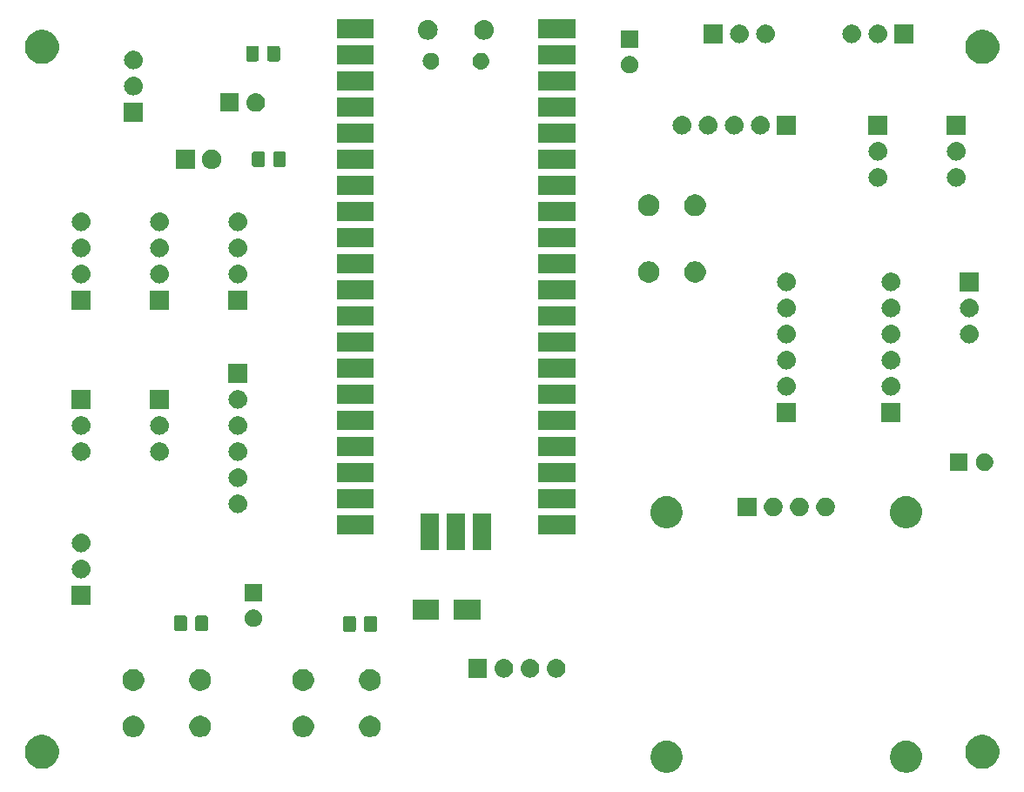
<source format=gbr>
G04 #@! TF.GenerationSoftware,KiCad,Pcbnew,5.0.2+dfsg1-1*
G04 #@! TF.CreationDate,2021-03-18T17:53:01+01:00*
G04 #@! TF.ProjectId,pico-dev,7069636f-2d64-4657-962e-6b696361645f,rev?*
G04 #@! TF.SameCoordinates,Original*
G04 #@! TF.FileFunction,Soldermask,Top*
G04 #@! TF.FilePolarity,Negative*
%FSLAX46Y46*%
G04 Gerber Fmt 4.6, Leading zero omitted, Abs format (unit mm)*
G04 Created by KiCad (PCBNEW 5.0.2+dfsg1-1) date jeu. 18 mars 2021 17:53:01 CET*
%MOMM*%
%LPD*%
G01*
G04 APERTURE LIST*
%ADD10C,0.100000*%
G04 APERTURE END LIST*
D10*
G36*
X161806271Y-96737546D02*
X161962410Y-96768604D01*
X162244674Y-96885521D01*
X162498705Y-97055259D01*
X162714741Y-97271295D01*
X162884479Y-97525326D01*
X162926755Y-97627391D01*
X163001396Y-97807591D01*
X163030243Y-97952611D01*
X163061000Y-98107240D01*
X163061000Y-98412760D01*
X163001396Y-98712410D01*
X162884479Y-98994674D01*
X162714741Y-99248705D01*
X162498705Y-99464741D01*
X162244674Y-99634479D01*
X161962410Y-99751396D01*
X161862527Y-99771264D01*
X161662762Y-99811000D01*
X161357238Y-99811000D01*
X161157473Y-99771264D01*
X161057590Y-99751396D01*
X160775326Y-99634479D01*
X160521295Y-99464741D01*
X160305259Y-99248705D01*
X160135521Y-98994674D01*
X160018604Y-98712410D01*
X159959000Y-98412760D01*
X159959000Y-98107240D01*
X159989758Y-97952611D01*
X160018604Y-97807591D01*
X160093245Y-97627391D01*
X160135521Y-97525326D01*
X160305259Y-97271295D01*
X160521295Y-97055259D01*
X160775326Y-96885521D01*
X161057590Y-96768604D01*
X161213729Y-96737546D01*
X161357238Y-96709000D01*
X161662762Y-96709000D01*
X161806271Y-96737546D01*
X161806271Y-96737546D01*
G37*
G36*
X138506271Y-96737546D02*
X138662410Y-96768604D01*
X138944674Y-96885521D01*
X139198705Y-97055259D01*
X139414741Y-97271295D01*
X139584479Y-97525326D01*
X139626755Y-97627391D01*
X139701396Y-97807591D01*
X139730243Y-97952611D01*
X139761000Y-98107240D01*
X139761000Y-98412760D01*
X139701396Y-98712410D01*
X139584479Y-98994674D01*
X139414741Y-99248705D01*
X139198705Y-99464741D01*
X138944674Y-99634479D01*
X138662410Y-99751396D01*
X138562527Y-99771264D01*
X138362762Y-99811000D01*
X138057238Y-99811000D01*
X137857473Y-99771264D01*
X137757590Y-99751396D01*
X137475326Y-99634479D01*
X137221295Y-99464741D01*
X137005259Y-99248705D01*
X136835521Y-98994674D01*
X136718604Y-98712410D01*
X136659000Y-98412760D01*
X136659000Y-98107240D01*
X136689758Y-97952611D01*
X136718604Y-97807591D01*
X136793245Y-97627391D01*
X136835521Y-97525326D01*
X137005259Y-97271295D01*
X137221295Y-97055259D01*
X137475326Y-96885521D01*
X137757590Y-96768604D01*
X137913729Y-96737546D01*
X138057238Y-96709000D01*
X138362762Y-96709000D01*
X138506271Y-96737546D01*
X138506271Y-96737546D01*
G37*
G36*
X77845256Y-96181298D02*
X77951579Y-96202447D01*
X78033512Y-96236385D01*
X78224779Y-96315610D01*
X78252042Y-96326903D01*
X78518852Y-96505180D01*
X78522454Y-96507587D01*
X78752413Y-96737546D01*
X78933098Y-97007960D01*
X79057553Y-97308422D01*
X79121000Y-97627389D01*
X79121000Y-97952611D01*
X79090242Y-98107240D01*
X79057553Y-98271579D01*
X78933097Y-98572042D01*
X78839306Y-98712410D01*
X78752413Y-98842454D01*
X78522454Y-99072413D01*
X78522451Y-99072415D01*
X78252042Y-99253097D01*
X77951579Y-99377553D01*
X77845256Y-99398702D01*
X77632611Y-99441000D01*
X77307389Y-99441000D01*
X77094744Y-99398702D01*
X76988421Y-99377553D01*
X76687958Y-99253097D01*
X76417549Y-99072415D01*
X76417546Y-99072413D01*
X76187587Y-98842454D01*
X76100694Y-98712410D01*
X76006903Y-98572042D01*
X75882447Y-98271579D01*
X75849758Y-98107240D01*
X75819000Y-97952611D01*
X75819000Y-97627389D01*
X75882447Y-97308422D01*
X76006902Y-97007960D01*
X76187587Y-96737546D01*
X76417546Y-96507587D01*
X76421148Y-96505180D01*
X76687958Y-96326903D01*
X76715222Y-96315610D01*
X76906488Y-96236385D01*
X76988421Y-96202447D01*
X77094744Y-96181298D01*
X77307389Y-96139000D01*
X77632611Y-96139000D01*
X77845256Y-96181298D01*
X77845256Y-96181298D01*
G37*
G36*
X169285256Y-96181298D02*
X169391579Y-96202447D01*
X169473512Y-96236385D01*
X169664779Y-96315610D01*
X169692042Y-96326903D01*
X169958852Y-96505180D01*
X169962454Y-96507587D01*
X170192413Y-96737546D01*
X170373098Y-97007960D01*
X170497553Y-97308422D01*
X170561000Y-97627389D01*
X170561000Y-97952611D01*
X170530242Y-98107240D01*
X170497553Y-98271579D01*
X170373097Y-98572042D01*
X170279306Y-98712410D01*
X170192413Y-98842454D01*
X169962454Y-99072413D01*
X169962451Y-99072415D01*
X169692042Y-99253097D01*
X169391579Y-99377553D01*
X169285256Y-99398702D01*
X169072611Y-99441000D01*
X168747389Y-99441000D01*
X168534744Y-99398702D01*
X168428421Y-99377553D01*
X168127958Y-99253097D01*
X167857549Y-99072415D01*
X167857546Y-99072413D01*
X167627587Y-98842454D01*
X167540694Y-98712410D01*
X167446903Y-98572042D01*
X167322447Y-98271579D01*
X167289758Y-98107240D01*
X167259000Y-97952611D01*
X167259000Y-97627389D01*
X167322447Y-97308422D01*
X167446902Y-97007960D01*
X167627587Y-96737546D01*
X167857546Y-96507587D01*
X167861148Y-96505180D01*
X168127958Y-96326903D01*
X168155222Y-96315610D01*
X168346488Y-96236385D01*
X168428421Y-96202447D01*
X168534744Y-96181298D01*
X168747389Y-96139000D01*
X169072611Y-96139000D01*
X169285256Y-96181298D01*
X169285256Y-96181298D01*
G37*
G36*
X93166565Y-94294389D02*
X93357834Y-94373615D01*
X93529976Y-94488637D01*
X93676363Y-94635024D01*
X93791385Y-94807166D01*
X93870611Y-94998435D01*
X93911000Y-95201484D01*
X93911000Y-95408516D01*
X93870611Y-95611565D01*
X93791385Y-95802834D01*
X93676363Y-95974976D01*
X93529976Y-96121363D01*
X93357834Y-96236385D01*
X93166565Y-96315611D01*
X92963516Y-96356000D01*
X92756484Y-96356000D01*
X92553435Y-96315611D01*
X92362166Y-96236385D01*
X92190024Y-96121363D01*
X92043637Y-95974976D01*
X91928615Y-95802834D01*
X91849389Y-95611565D01*
X91809000Y-95408516D01*
X91809000Y-95201484D01*
X91849389Y-94998435D01*
X91928615Y-94807166D01*
X92043637Y-94635024D01*
X92190024Y-94488637D01*
X92362166Y-94373615D01*
X92553435Y-94294389D01*
X92756484Y-94254000D01*
X92963516Y-94254000D01*
X93166565Y-94294389D01*
X93166565Y-94294389D01*
G37*
G36*
X103176565Y-94294389D02*
X103367834Y-94373615D01*
X103539976Y-94488637D01*
X103686363Y-94635024D01*
X103801385Y-94807166D01*
X103880611Y-94998435D01*
X103921000Y-95201484D01*
X103921000Y-95408516D01*
X103880611Y-95611565D01*
X103801385Y-95802834D01*
X103686363Y-95974976D01*
X103539976Y-96121363D01*
X103367834Y-96236385D01*
X103176565Y-96315611D01*
X102973516Y-96356000D01*
X102766484Y-96356000D01*
X102563435Y-96315611D01*
X102372166Y-96236385D01*
X102200024Y-96121363D01*
X102053637Y-95974976D01*
X101938615Y-95802834D01*
X101859389Y-95611565D01*
X101819000Y-95408516D01*
X101819000Y-95201484D01*
X101859389Y-94998435D01*
X101938615Y-94807166D01*
X102053637Y-94635024D01*
X102200024Y-94488637D01*
X102372166Y-94373615D01*
X102563435Y-94294389D01*
X102766484Y-94254000D01*
X102973516Y-94254000D01*
X103176565Y-94294389D01*
X103176565Y-94294389D01*
G37*
G36*
X109676565Y-94294389D02*
X109867834Y-94373615D01*
X110039976Y-94488637D01*
X110186363Y-94635024D01*
X110301385Y-94807166D01*
X110380611Y-94998435D01*
X110421000Y-95201484D01*
X110421000Y-95408516D01*
X110380611Y-95611565D01*
X110301385Y-95802834D01*
X110186363Y-95974976D01*
X110039976Y-96121363D01*
X109867834Y-96236385D01*
X109676565Y-96315611D01*
X109473516Y-96356000D01*
X109266484Y-96356000D01*
X109063435Y-96315611D01*
X108872166Y-96236385D01*
X108700024Y-96121363D01*
X108553637Y-95974976D01*
X108438615Y-95802834D01*
X108359389Y-95611565D01*
X108319000Y-95408516D01*
X108319000Y-95201484D01*
X108359389Y-94998435D01*
X108438615Y-94807166D01*
X108553637Y-94635024D01*
X108700024Y-94488637D01*
X108872166Y-94373615D01*
X109063435Y-94294389D01*
X109266484Y-94254000D01*
X109473516Y-94254000D01*
X109676565Y-94294389D01*
X109676565Y-94294389D01*
G37*
G36*
X86666565Y-94294389D02*
X86857834Y-94373615D01*
X87029976Y-94488637D01*
X87176363Y-94635024D01*
X87291385Y-94807166D01*
X87370611Y-94998435D01*
X87411000Y-95201484D01*
X87411000Y-95408516D01*
X87370611Y-95611565D01*
X87291385Y-95802834D01*
X87176363Y-95974976D01*
X87029976Y-96121363D01*
X86857834Y-96236385D01*
X86666565Y-96315611D01*
X86463516Y-96356000D01*
X86256484Y-96356000D01*
X86053435Y-96315611D01*
X85862166Y-96236385D01*
X85690024Y-96121363D01*
X85543637Y-95974976D01*
X85428615Y-95802834D01*
X85349389Y-95611565D01*
X85309000Y-95408516D01*
X85309000Y-95201484D01*
X85349389Y-94998435D01*
X85428615Y-94807166D01*
X85543637Y-94635024D01*
X85690024Y-94488637D01*
X85862166Y-94373615D01*
X86053435Y-94294389D01*
X86256484Y-94254000D01*
X86463516Y-94254000D01*
X86666565Y-94294389D01*
X86666565Y-94294389D01*
G37*
G36*
X103176565Y-89794389D02*
X103367834Y-89873615D01*
X103539976Y-89988637D01*
X103686363Y-90135024D01*
X103801385Y-90307166D01*
X103880611Y-90498435D01*
X103921000Y-90701484D01*
X103921000Y-90908516D01*
X103880611Y-91111565D01*
X103801385Y-91302834D01*
X103686363Y-91474976D01*
X103539976Y-91621363D01*
X103367834Y-91736385D01*
X103176565Y-91815611D01*
X102973516Y-91856000D01*
X102766484Y-91856000D01*
X102563435Y-91815611D01*
X102372166Y-91736385D01*
X102200024Y-91621363D01*
X102053637Y-91474976D01*
X101938615Y-91302834D01*
X101859389Y-91111565D01*
X101819000Y-90908516D01*
X101819000Y-90701484D01*
X101859389Y-90498435D01*
X101938615Y-90307166D01*
X102053637Y-90135024D01*
X102200024Y-89988637D01*
X102372166Y-89873615D01*
X102563435Y-89794389D01*
X102766484Y-89754000D01*
X102973516Y-89754000D01*
X103176565Y-89794389D01*
X103176565Y-89794389D01*
G37*
G36*
X93166565Y-89794389D02*
X93357834Y-89873615D01*
X93529976Y-89988637D01*
X93676363Y-90135024D01*
X93791385Y-90307166D01*
X93870611Y-90498435D01*
X93911000Y-90701484D01*
X93911000Y-90908516D01*
X93870611Y-91111565D01*
X93791385Y-91302834D01*
X93676363Y-91474976D01*
X93529976Y-91621363D01*
X93357834Y-91736385D01*
X93166565Y-91815611D01*
X92963516Y-91856000D01*
X92756484Y-91856000D01*
X92553435Y-91815611D01*
X92362166Y-91736385D01*
X92190024Y-91621363D01*
X92043637Y-91474976D01*
X91928615Y-91302834D01*
X91849389Y-91111565D01*
X91809000Y-90908516D01*
X91809000Y-90701484D01*
X91849389Y-90498435D01*
X91928615Y-90307166D01*
X92043637Y-90135024D01*
X92190024Y-89988637D01*
X92362166Y-89873615D01*
X92553435Y-89794389D01*
X92756484Y-89754000D01*
X92963516Y-89754000D01*
X93166565Y-89794389D01*
X93166565Y-89794389D01*
G37*
G36*
X86666565Y-89794389D02*
X86857834Y-89873615D01*
X87029976Y-89988637D01*
X87176363Y-90135024D01*
X87291385Y-90307166D01*
X87370611Y-90498435D01*
X87411000Y-90701484D01*
X87411000Y-90908516D01*
X87370611Y-91111565D01*
X87291385Y-91302834D01*
X87176363Y-91474976D01*
X87029976Y-91621363D01*
X86857834Y-91736385D01*
X86666565Y-91815611D01*
X86463516Y-91856000D01*
X86256484Y-91856000D01*
X86053435Y-91815611D01*
X85862166Y-91736385D01*
X85690024Y-91621363D01*
X85543637Y-91474976D01*
X85428615Y-91302834D01*
X85349389Y-91111565D01*
X85309000Y-90908516D01*
X85309000Y-90701484D01*
X85349389Y-90498435D01*
X85428615Y-90307166D01*
X85543637Y-90135024D01*
X85690024Y-89988637D01*
X85862166Y-89873615D01*
X86053435Y-89794389D01*
X86256484Y-89754000D01*
X86463516Y-89754000D01*
X86666565Y-89794389D01*
X86666565Y-89794389D01*
G37*
G36*
X109676565Y-89794389D02*
X109867834Y-89873615D01*
X110039976Y-89988637D01*
X110186363Y-90135024D01*
X110301385Y-90307166D01*
X110380611Y-90498435D01*
X110421000Y-90701484D01*
X110421000Y-90908516D01*
X110380611Y-91111565D01*
X110301385Y-91302834D01*
X110186363Y-91474976D01*
X110039976Y-91621363D01*
X109867834Y-91736385D01*
X109676565Y-91815611D01*
X109473516Y-91856000D01*
X109266484Y-91856000D01*
X109063435Y-91815611D01*
X108872166Y-91736385D01*
X108700024Y-91621363D01*
X108553637Y-91474976D01*
X108438615Y-91302834D01*
X108359389Y-91111565D01*
X108319000Y-90908516D01*
X108319000Y-90701484D01*
X108359389Y-90498435D01*
X108438615Y-90307166D01*
X108553637Y-90135024D01*
X108700024Y-89988637D01*
X108872166Y-89873615D01*
X109063435Y-89794389D01*
X109266484Y-89754000D01*
X109473516Y-89754000D01*
X109676565Y-89794389D01*
X109676565Y-89794389D01*
G37*
G36*
X127593042Y-88767518D02*
X127659227Y-88774037D01*
X127772453Y-88808384D01*
X127829067Y-88825557D01*
X127967687Y-88899652D01*
X127985591Y-88909222D01*
X128021329Y-88938552D01*
X128122786Y-89021814D01*
X128206048Y-89123271D01*
X128235378Y-89159009D01*
X128235379Y-89159011D01*
X128319043Y-89315533D01*
X128319043Y-89315534D01*
X128370563Y-89485373D01*
X128387959Y-89662000D01*
X128370563Y-89838627D01*
X128359949Y-89873616D01*
X128319043Y-90008467D01*
X128251396Y-90135024D01*
X128235378Y-90164991D01*
X128206048Y-90200729D01*
X128122786Y-90302186D01*
X128021329Y-90385448D01*
X127985591Y-90414778D01*
X127985589Y-90414779D01*
X127829067Y-90498443D01*
X127772453Y-90515616D01*
X127659227Y-90549963D01*
X127593042Y-90556482D01*
X127526860Y-90563000D01*
X127438340Y-90563000D01*
X127372158Y-90556482D01*
X127305973Y-90549963D01*
X127192747Y-90515616D01*
X127136133Y-90498443D01*
X126979611Y-90414779D01*
X126979609Y-90414778D01*
X126943871Y-90385448D01*
X126842414Y-90302186D01*
X126759152Y-90200729D01*
X126729822Y-90164991D01*
X126713804Y-90135024D01*
X126646157Y-90008467D01*
X126605251Y-89873616D01*
X126594637Y-89838627D01*
X126577241Y-89662000D01*
X126594637Y-89485373D01*
X126646157Y-89315534D01*
X126646157Y-89315533D01*
X126729821Y-89159011D01*
X126729822Y-89159009D01*
X126759152Y-89123271D01*
X126842414Y-89021814D01*
X126943871Y-88938552D01*
X126979609Y-88909222D01*
X126997513Y-88899652D01*
X127136133Y-88825557D01*
X127192747Y-88808384D01*
X127305973Y-88774037D01*
X127372158Y-88767518D01*
X127438340Y-88761000D01*
X127526860Y-88761000D01*
X127593042Y-88767518D01*
X127593042Y-88767518D01*
G37*
G36*
X122513042Y-88767518D02*
X122579227Y-88774037D01*
X122692453Y-88808384D01*
X122749067Y-88825557D01*
X122887687Y-88899652D01*
X122905591Y-88909222D01*
X122941329Y-88938552D01*
X123042786Y-89021814D01*
X123126048Y-89123271D01*
X123155378Y-89159009D01*
X123155379Y-89159011D01*
X123239043Y-89315533D01*
X123239043Y-89315534D01*
X123290563Y-89485373D01*
X123307959Y-89662000D01*
X123290563Y-89838627D01*
X123279949Y-89873616D01*
X123239043Y-90008467D01*
X123171396Y-90135024D01*
X123155378Y-90164991D01*
X123126048Y-90200729D01*
X123042786Y-90302186D01*
X122941329Y-90385448D01*
X122905591Y-90414778D01*
X122905589Y-90414779D01*
X122749067Y-90498443D01*
X122692453Y-90515616D01*
X122579227Y-90549963D01*
X122513042Y-90556482D01*
X122446860Y-90563000D01*
X122358340Y-90563000D01*
X122292158Y-90556482D01*
X122225973Y-90549963D01*
X122112747Y-90515616D01*
X122056133Y-90498443D01*
X121899611Y-90414779D01*
X121899609Y-90414778D01*
X121863871Y-90385448D01*
X121762414Y-90302186D01*
X121679152Y-90200729D01*
X121649822Y-90164991D01*
X121633804Y-90135024D01*
X121566157Y-90008467D01*
X121525251Y-89873616D01*
X121514637Y-89838627D01*
X121497241Y-89662000D01*
X121514637Y-89485373D01*
X121566157Y-89315534D01*
X121566157Y-89315533D01*
X121649821Y-89159011D01*
X121649822Y-89159009D01*
X121679152Y-89123271D01*
X121762414Y-89021814D01*
X121863871Y-88938552D01*
X121899609Y-88909222D01*
X121917513Y-88899652D01*
X122056133Y-88825557D01*
X122112747Y-88808384D01*
X122225973Y-88774037D01*
X122292158Y-88767518D01*
X122358340Y-88761000D01*
X122446860Y-88761000D01*
X122513042Y-88767518D01*
X122513042Y-88767518D01*
G37*
G36*
X125053042Y-88767518D02*
X125119227Y-88774037D01*
X125232453Y-88808384D01*
X125289067Y-88825557D01*
X125427687Y-88899652D01*
X125445591Y-88909222D01*
X125481329Y-88938552D01*
X125582786Y-89021814D01*
X125666048Y-89123271D01*
X125695378Y-89159009D01*
X125695379Y-89159011D01*
X125779043Y-89315533D01*
X125779043Y-89315534D01*
X125830563Y-89485373D01*
X125847959Y-89662000D01*
X125830563Y-89838627D01*
X125819949Y-89873616D01*
X125779043Y-90008467D01*
X125711396Y-90135024D01*
X125695378Y-90164991D01*
X125666048Y-90200729D01*
X125582786Y-90302186D01*
X125481329Y-90385448D01*
X125445591Y-90414778D01*
X125445589Y-90414779D01*
X125289067Y-90498443D01*
X125232453Y-90515616D01*
X125119227Y-90549963D01*
X125053042Y-90556482D01*
X124986860Y-90563000D01*
X124898340Y-90563000D01*
X124832158Y-90556482D01*
X124765973Y-90549963D01*
X124652747Y-90515616D01*
X124596133Y-90498443D01*
X124439611Y-90414779D01*
X124439609Y-90414778D01*
X124403871Y-90385448D01*
X124302414Y-90302186D01*
X124219152Y-90200729D01*
X124189822Y-90164991D01*
X124173804Y-90135024D01*
X124106157Y-90008467D01*
X124065251Y-89873616D01*
X124054637Y-89838627D01*
X124037241Y-89662000D01*
X124054637Y-89485373D01*
X124106157Y-89315534D01*
X124106157Y-89315533D01*
X124189821Y-89159011D01*
X124189822Y-89159009D01*
X124219152Y-89123271D01*
X124302414Y-89021814D01*
X124403871Y-88938552D01*
X124439609Y-88909222D01*
X124457513Y-88899652D01*
X124596133Y-88825557D01*
X124652747Y-88808384D01*
X124765973Y-88774037D01*
X124832158Y-88767518D01*
X124898340Y-88761000D01*
X124986860Y-88761000D01*
X125053042Y-88767518D01*
X125053042Y-88767518D01*
G37*
G36*
X120763600Y-90563000D02*
X118961600Y-90563000D01*
X118961600Y-88761000D01*
X120763600Y-88761000D01*
X120763600Y-90563000D01*
X120763600Y-90563000D01*
G37*
G36*
X107836877Y-84597465D02*
X107874564Y-84608898D01*
X107909303Y-84627466D01*
X107939748Y-84652452D01*
X107964734Y-84682897D01*
X107983302Y-84717636D01*
X107994735Y-84755323D01*
X107999200Y-84800661D01*
X107999200Y-85887339D01*
X107994735Y-85932677D01*
X107983302Y-85970364D01*
X107964734Y-86005103D01*
X107939748Y-86035548D01*
X107909303Y-86060534D01*
X107874564Y-86079102D01*
X107836877Y-86090535D01*
X107791539Y-86095000D01*
X106954861Y-86095000D01*
X106909523Y-86090535D01*
X106871836Y-86079102D01*
X106837097Y-86060534D01*
X106806652Y-86035548D01*
X106781666Y-86005103D01*
X106763098Y-85970364D01*
X106751665Y-85932677D01*
X106747200Y-85887339D01*
X106747200Y-84800661D01*
X106751665Y-84755323D01*
X106763098Y-84717636D01*
X106781666Y-84682897D01*
X106806652Y-84652452D01*
X106837097Y-84627466D01*
X106871836Y-84608898D01*
X106909523Y-84597465D01*
X106954861Y-84593000D01*
X107791539Y-84593000D01*
X107836877Y-84597465D01*
X107836877Y-84597465D01*
G37*
G36*
X109886877Y-84597465D02*
X109924564Y-84608898D01*
X109959303Y-84627466D01*
X109989748Y-84652452D01*
X110014734Y-84682897D01*
X110033302Y-84717636D01*
X110044735Y-84755323D01*
X110049200Y-84800661D01*
X110049200Y-85887339D01*
X110044735Y-85932677D01*
X110033302Y-85970364D01*
X110014734Y-86005103D01*
X109989748Y-86035548D01*
X109959303Y-86060534D01*
X109924564Y-86079102D01*
X109886877Y-86090535D01*
X109841539Y-86095000D01*
X109004861Y-86095000D01*
X108959523Y-86090535D01*
X108921836Y-86079102D01*
X108887097Y-86060534D01*
X108856652Y-86035548D01*
X108831666Y-86005103D01*
X108813098Y-85970364D01*
X108801665Y-85932677D01*
X108797200Y-85887339D01*
X108797200Y-84800661D01*
X108801665Y-84755323D01*
X108813098Y-84717636D01*
X108831666Y-84682897D01*
X108856652Y-84652452D01*
X108887097Y-84627466D01*
X108921836Y-84608898D01*
X108959523Y-84597465D01*
X109004861Y-84593000D01*
X109841539Y-84593000D01*
X109886877Y-84597465D01*
X109886877Y-84597465D01*
G37*
G36*
X93462077Y-84521265D02*
X93499764Y-84532698D01*
X93534503Y-84551266D01*
X93564948Y-84576252D01*
X93589934Y-84606697D01*
X93608502Y-84641436D01*
X93619935Y-84679123D01*
X93624400Y-84724461D01*
X93624400Y-85811139D01*
X93619935Y-85856477D01*
X93608502Y-85894164D01*
X93589934Y-85928903D01*
X93564948Y-85959348D01*
X93534503Y-85984334D01*
X93499764Y-86002902D01*
X93462077Y-86014335D01*
X93416739Y-86018800D01*
X92580061Y-86018800D01*
X92534723Y-86014335D01*
X92497036Y-86002902D01*
X92462297Y-85984334D01*
X92431852Y-85959348D01*
X92406866Y-85928903D01*
X92388298Y-85894164D01*
X92376865Y-85856477D01*
X92372400Y-85811139D01*
X92372400Y-84724461D01*
X92376865Y-84679123D01*
X92388298Y-84641436D01*
X92406866Y-84606697D01*
X92431852Y-84576252D01*
X92462297Y-84551266D01*
X92497036Y-84532698D01*
X92534723Y-84521265D01*
X92580061Y-84516800D01*
X93416739Y-84516800D01*
X93462077Y-84521265D01*
X93462077Y-84521265D01*
G37*
G36*
X91412077Y-84521265D02*
X91449764Y-84532698D01*
X91484503Y-84551266D01*
X91514948Y-84576252D01*
X91539934Y-84606697D01*
X91558502Y-84641436D01*
X91569935Y-84679123D01*
X91574400Y-84724461D01*
X91574400Y-85811139D01*
X91569935Y-85856477D01*
X91558502Y-85894164D01*
X91539934Y-85928903D01*
X91514948Y-85959348D01*
X91484503Y-85984334D01*
X91449764Y-86002902D01*
X91412077Y-86014335D01*
X91366739Y-86018800D01*
X90530061Y-86018800D01*
X90484723Y-86014335D01*
X90447036Y-86002902D01*
X90412297Y-85984334D01*
X90381852Y-85959348D01*
X90356866Y-85928903D01*
X90338298Y-85894164D01*
X90326865Y-85856477D01*
X90322400Y-85811139D01*
X90322400Y-84724461D01*
X90326865Y-84679123D01*
X90338298Y-84641436D01*
X90356866Y-84606697D01*
X90381852Y-84576252D01*
X90412297Y-84551266D01*
X90447036Y-84532698D01*
X90484723Y-84521265D01*
X90530061Y-84516800D01*
X91366739Y-84516800D01*
X91412077Y-84521265D01*
X91412077Y-84521265D01*
G37*
G36*
X98292228Y-83977703D02*
X98447100Y-84041853D01*
X98586481Y-84134985D01*
X98705015Y-84253519D01*
X98798147Y-84392900D01*
X98862297Y-84547772D01*
X98895000Y-84712184D01*
X98895000Y-84879816D01*
X98862297Y-85044228D01*
X98798147Y-85199100D01*
X98705015Y-85338481D01*
X98586481Y-85457015D01*
X98447100Y-85550147D01*
X98292228Y-85614297D01*
X98127816Y-85647000D01*
X97960184Y-85647000D01*
X97795772Y-85614297D01*
X97640900Y-85550147D01*
X97501519Y-85457015D01*
X97382985Y-85338481D01*
X97289853Y-85199100D01*
X97225703Y-85044228D01*
X97193000Y-84879816D01*
X97193000Y-84712184D01*
X97225703Y-84547772D01*
X97289853Y-84392900D01*
X97382985Y-84253519D01*
X97501519Y-84134985D01*
X97640900Y-84041853D01*
X97795772Y-83977703D01*
X97960184Y-83945000D01*
X98127816Y-83945000D01*
X98292228Y-83977703D01*
X98292228Y-83977703D01*
G37*
G36*
X120104800Y-84923400D02*
X117502800Y-84923400D01*
X117502800Y-83021400D01*
X120104800Y-83021400D01*
X120104800Y-84923400D01*
X120104800Y-84923400D01*
G37*
G36*
X116104800Y-84923400D02*
X113502800Y-84923400D01*
X113502800Y-83021400D01*
X116104800Y-83021400D01*
X116104800Y-84923400D01*
X116104800Y-84923400D01*
G37*
G36*
X82181000Y-83451000D02*
X80379000Y-83451000D01*
X80379000Y-81649000D01*
X82181000Y-81649000D01*
X82181000Y-83451000D01*
X82181000Y-83451000D01*
G37*
G36*
X98895000Y-83147000D02*
X97193000Y-83147000D01*
X97193000Y-81445000D01*
X98895000Y-81445000D01*
X98895000Y-83147000D01*
X98895000Y-83147000D01*
G37*
G36*
X81390443Y-79115519D02*
X81456627Y-79122037D01*
X81569853Y-79156384D01*
X81626467Y-79173557D01*
X81765087Y-79247652D01*
X81782991Y-79257222D01*
X81818729Y-79286552D01*
X81920186Y-79369814D01*
X82003448Y-79471271D01*
X82032778Y-79507009D01*
X82032779Y-79507011D01*
X82116443Y-79663533D01*
X82116443Y-79663534D01*
X82167963Y-79833373D01*
X82185359Y-80010000D01*
X82167963Y-80186627D01*
X82133616Y-80299853D01*
X82116443Y-80356467D01*
X82042348Y-80495087D01*
X82032778Y-80512991D01*
X82003448Y-80548729D01*
X81920186Y-80650186D01*
X81818729Y-80733448D01*
X81782991Y-80762778D01*
X81782989Y-80762779D01*
X81626467Y-80846443D01*
X81569853Y-80863616D01*
X81456627Y-80897963D01*
X81390442Y-80904482D01*
X81324260Y-80911000D01*
X81235740Y-80911000D01*
X81169558Y-80904482D01*
X81103373Y-80897963D01*
X80990147Y-80863616D01*
X80933533Y-80846443D01*
X80777011Y-80762779D01*
X80777009Y-80762778D01*
X80741271Y-80733448D01*
X80639814Y-80650186D01*
X80556552Y-80548729D01*
X80527222Y-80512991D01*
X80517652Y-80495087D01*
X80443557Y-80356467D01*
X80426384Y-80299853D01*
X80392037Y-80186627D01*
X80374641Y-80010000D01*
X80392037Y-79833373D01*
X80443557Y-79663534D01*
X80443557Y-79663533D01*
X80527221Y-79507011D01*
X80527222Y-79507009D01*
X80556552Y-79471271D01*
X80639814Y-79369814D01*
X80741271Y-79286552D01*
X80777009Y-79257222D01*
X80794913Y-79247652D01*
X80933533Y-79173557D01*
X80990147Y-79156384D01*
X81103373Y-79122037D01*
X81169557Y-79115519D01*
X81235740Y-79109000D01*
X81324260Y-79109000D01*
X81390443Y-79115519D01*
X81390443Y-79115519D01*
G37*
G36*
X81390443Y-76575519D02*
X81456627Y-76582037D01*
X81569853Y-76616384D01*
X81626467Y-76633557D01*
X81765087Y-76707652D01*
X81782991Y-76717222D01*
X81818729Y-76746552D01*
X81920186Y-76829814D01*
X82003448Y-76931271D01*
X82032778Y-76967009D01*
X82032779Y-76967011D01*
X82116443Y-77123533D01*
X82116443Y-77123534D01*
X82167963Y-77293373D01*
X82185359Y-77470000D01*
X82167963Y-77646627D01*
X82133616Y-77759853D01*
X82116443Y-77816467D01*
X82042348Y-77955087D01*
X82032778Y-77972991D01*
X82003448Y-78008729D01*
X81920186Y-78110186D01*
X81818729Y-78193448D01*
X81782991Y-78222778D01*
X81782989Y-78222779D01*
X81626467Y-78306443D01*
X81569853Y-78323616D01*
X81456627Y-78357963D01*
X81390443Y-78364481D01*
X81324260Y-78371000D01*
X81235740Y-78371000D01*
X81169557Y-78364481D01*
X81103373Y-78357963D01*
X80990147Y-78323616D01*
X80933533Y-78306443D01*
X80777011Y-78222779D01*
X80777009Y-78222778D01*
X80741271Y-78193448D01*
X80639814Y-78110186D01*
X80556552Y-78008729D01*
X80527222Y-77972991D01*
X80517652Y-77955087D01*
X80443557Y-77816467D01*
X80426384Y-77759853D01*
X80392037Y-77646627D01*
X80374641Y-77470000D01*
X80392037Y-77293373D01*
X80443557Y-77123534D01*
X80443557Y-77123533D01*
X80527221Y-76967011D01*
X80527222Y-76967009D01*
X80556552Y-76931271D01*
X80639814Y-76829814D01*
X80741271Y-76746552D01*
X80777009Y-76717222D01*
X80794913Y-76707652D01*
X80933533Y-76633557D01*
X80990147Y-76616384D01*
X81103373Y-76582037D01*
X81169557Y-76575519D01*
X81235740Y-76569000D01*
X81324260Y-76569000D01*
X81390443Y-76575519D01*
X81390443Y-76575519D01*
G37*
G36*
X121170000Y-75411600D02*
X121170602Y-75423852D01*
X121174359Y-75462000D01*
X121170602Y-75500148D01*
X121170000Y-75512400D01*
X121170000Y-78163000D01*
X119368000Y-78163000D01*
X119368000Y-75512400D01*
X119367398Y-75500148D01*
X119363641Y-75462000D01*
X119367398Y-75423852D01*
X119368000Y-75411600D01*
X119368000Y-74561000D01*
X121170000Y-74561000D01*
X121170000Y-75411600D01*
X121170000Y-75411600D01*
G37*
G36*
X118630000Y-78163000D02*
X116828000Y-78163000D01*
X116828000Y-74561000D01*
X118630000Y-74561000D01*
X118630000Y-78163000D01*
X118630000Y-78163000D01*
G37*
G36*
X116090000Y-75411600D02*
X116090602Y-75423852D01*
X116094359Y-75462000D01*
X116090602Y-75500148D01*
X116090000Y-75512400D01*
X116090000Y-78163000D01*
X114288000Y-78163000D01*
X114288000Y-75512400D01*
X114287398Y-75500148D01*
X114283641Y-75462000D01*
X114287398Y-75423852D01*
X114288000Y-75411600D01*
X114288000Y-74561000D01*
X116090000Y-74561000D01*
X116090000Y-75411600D01*
X116090000Y-75411600D01*
G37*
G36*
X109740000Y-75641600D02*
X109740602Y-75653852D01*
X109744359Y-75692000D01*
X109740602Y-75730148D01*
X109740000Y-75742400D01*
X109740000Y-76593000D01*
X106138000Y-76593000D01*
X106138000Y-74791000D01*
X109740000Y-74791000D01*
X109740000Y-75641600D01*
X109740000Y-75641600D01*
G37*
G36*
X129320000Y-76593000D02*
X125718000Y-76593000D01*
X125718000Y-75742400D01*
X125717398Y-75730148D01*
X125713641Y-75692000D01*
X125717398Y-75653852D01*
X125718000Y-75641600D01*
X125718000Y-74791000D01*
X129320000Y-74791000D01*
X129320000Y-76593000D01*
X129320000Y-76593000D01*
G37*
G36*
X138562527Y-72948736D02*
X138662410Y-72968604D01*
X138944674Y-73085521D01*
X139198705Y-73255259D01*
X139414741Y-73471295D01*
X139584479Y-73725326D01*
X139701396Y-74007590D01*
X139721264Y-74107473D01*
X139761000Y-74307238D01*
X139761000Y-74612762D01*
X139751633Y-74659853D01*
X139701396Y-74912410D01*
X139584479Y-75194674D01*
X139414741Y-75448705D01*
X139198705Y-75664741D01*
X138944674Y-75834479D01*
X138662410Y-75951396D01*
X138594063Y-75964991D01*
X138362762Y-76011000D01*
X138057238Y-76011000D01*
X137825937Y-75964991D01*
X137757590Y-75951396D01*
X137475326Y-75834479D01*
X137221295Y-75664741D01*
X137005259Y-75448705D01*
X136835521Y-75194674D01*
X136718604Y-74912410D01*
X136668367Y-74659853D01*
X136659000Y-74612762D01*
X136659000Y-74307238D01*
X136698736Y-74107473D01*
X136718604Y-74007590D01*
X136835521Y-73725326D01*
X137005259Y-73471295D01*
X137221295Y-73255259D01*
X137475326Y-73085521D01*
X137757590Y-72968604D01*
X137857473Y-72948736D01*
X138057238Y-72909000D01*
X138362762Y-72909000D01*
X138562527Y-72948736D01*
X138562527Y-72948736D01*
G37*
G36*
X161862527Y-72948736D02*
X161962410Y-72968604D01*
X162244674Y-73085521D01*
X162498705Y-73255259D01*
X162714741Y-73471295D01*
X162884479Y-73725326D01*
X163001396Y-74007590D01*
X163021264Y-74107473D01*
X163061000Y-74307238D01*
X163061000Y-74612762D01*
X163051633Y-74659853D01*
X163001396Y-74912410D01*
X162884479Y-75194674D01*
X162714741Y-75448705D01*
X162498705Y-75664741D01*
X162244674Y-75834479D01*
X161962410Y-75951396D01*
X161894063Y-75964991D01*
X161662762Y-76011000D01*
X161357238Y-76011000D01*
X161125937Y-75964991D01*
X161057590Y-75951396D01*
X160775326Y-75834479D01*
X160521295Y-75664741D01*
X160305259Y-75448705D01*
X160135521Y-75194674D01*
X160018604Y-74912410D01*
X159968367Y-74659853D01*
X159959000Y-74612762D01*
X159959000Y-74307238D01*
X159998736Y-74107473D01*
X160018604Y-74007590D01*
X160135521Y-73725326D01*
X160305259Y-73471295D01*
X160521295Y-73255259D01*
X160775326Y-73085521D01*
X161057590Y-72968604D01*
X161157473Y-72948736D01*
X161357238Y-72909000D01*
X161662762Y-72909000D01*
X161862527Y-72948736D01*
X161862527Y-72948736D01*
G37*
G36*
X151392812Y-73093624D02*
X151556784Y-73161544D01*
X151704354Y-73260147D01*
X151829853Y-73385646D01*
X151928456Y-73533216D01*
X151996376Y-73697188D01*
X152031000Y-73871259D01*
X152031000Y-74048741D01*
X151996376Y-74222812D01*
X151928456Y-74386784D01*
X151829853Y-74534354D01*
X151704354Y-74659853D01*
X151556784Y-74758456D01*
X151392812Y-74826376D01*
X151218741Y-74861000D01*
X151041259Y-74861000D01*
X150867188Y-74826376D01*
X150703216Y-74758456D01*
X150555646Y-74659853D01*
X150430147Y-74534354D01*
X150331544Y-74386784D01*
X150263624Y-74222812D01*
X150229000Y-74048741D01*
X150229000Y-73871259D01*
X150263624Y-73697188D01*
X150331544Y-73533216D01*
X150430147Y-73385646D01*
X150555646Y-73260147D01*
X150703216Y-73161544D01*
X150867188Y-73093624D01*
X151041259Y-73059000D01*
X151218741Y-73059000D01*
X151392812Y-73093624D01*
X151392812Y-73093624D01*
G37*
G36*
X148852812Y-73093624D02*
X149016784Y-73161544D01*
X149164354Y-73260147D01*
X149289853Y-73385646D01*
X149388456Y-73533216D01*
X149456376Y-73697188D01*
X149491000Y-73871259D01*
X149491000Y-74048741D01*
X149456376Y-74222812D01*
X149388456Y-74386784D01*
X149289853Y-74534354D01*
X149164354Y-74659853D01*
X149016784Y-74758456D01*
X148852812Y-74826376D01*
X148678741Y-74861000D01*
X148501259Y-74861000D01*
X148327188Y-74826376D01*
X148163216Y-74758456D01*
X148015646Y-74659853D01*
X147890147Y-74534354D01*
X147791544Y-74386784D01*
X147723624Y-74222812D01*
X147689000Y-74048741D01*
X147689000Y-73871259D01*
X147723624Y-73697188D01*
X147791544Y-73533216D01*
X147890147Y-73385646D01*
X148015646Y-73260147D01*
X148163216Y-73161544D01*
X148327188Y-73093624D01*
X148501259Y-73059000D01*
X148678741Y-73059000D01*
X148852812Y-73093624D01*
X148852812Y-73093624D01*
G37*
G36*
X146951000Y-74861000D02*
X145149000Y-74861000D01*
X145149000Y-73059000D01*
X146951000Y-73059000D01*
X146951000Y-74861000D01*
X146951000Y-74861000D01*
G37*
G36*
X153932812Y-73093624D02*
X154096784Y-73161544D01*
X154244354Y-73260147D01*
X154369853Y-73385646D01*
X154468456Y-73533216D01*
X154536376Y-73697188D01*
X154571000Y-73871259D01*
X154571000Y-74048741D01*
X154536376Y-74222812D01*
X154468456Y-74386784D01*
X154369853Y-74534354D01*
X154244354Y-74659853D01*
X154096784Y-74758456D01*
X153932812Y-74826376D01*
X153758741Y-74861000D01*
X153581259Y-74861000D01*
X153407188Y-74826376D01*
X153243216Y-74758456D01*
X153095646Y-74659853D01*
X152970147Y-74534354D01*
X152871544Y-74386784D01*
X152803624Y-74222812D01*
X152769000Y-74048741D01*
X152769000Y-73871259D01*
X152803624Y-73697188D01*
X152871544Y-73533216D01*
X152970147Y-73385646D01*
X153095646Y-73260147D01*
X153243216Y-73161544D01*
X153407188Y-73093624D01*
X153581259Y-73059000D01*
X153758741Y-73059000D01*
X153932812Y-73093624D01*
X153932812Y-73093624D01*
G37*
G36*
X96630442Y-72765518D02*
X96696627Y-72772037D01*
X96807052Y-72805534D01*
X96866467Y-72823557D01*
X97005087Y-72897652D01*
X97022991Y-72907222D01*
X97025157Y-72909000D01*
X97160186Y-73019814D01*
X97220759Y-73093624D01*
X97272778Y-73157009D01*
X97272779Y-73157011D01*
X97356443Y-73313533D01*
X97373616Y-73370147D01*
X97407963Y-73483373D01*
X97425359Y-73660000D01*
X97407963Y-73836627D01*
X97373616Y-73949853D01*
X97356443Y-74006467D01*
X97331570Y-74053000D01*
X97272778Y-74162991D01*
X97243448Y-74198729D01*
X97160186Y-74300186D01*
X97058729Y-74383448D01*
X97022991Y-74412778D01*
X97022989Y-74412779D01*
X96866467Y-74496443D01*
X96809853Y-74513616D01*
X96696627Y-74547963D01*
X96630442Y-74554482D01*
X96564260Y-74561000D01*
X96475740Y-74561000D01*
X96409558Y-74554482D01*
X96343373Y-74547963D01*
X96230147Y-74513616D01*
X96173533Y-74496443D01*
X96017011Y-74412779D01*
X96017009Y-74412778D01*
X95981271Y-74383448D01*
X95879814Y-74300186D01*
X95796552Y-74198729D01*
X95767222Y-74162991D01*
X95708430Y-74053000D01*
X95683557Y-74006467D01*
X95666384Y-73949853D01*
X95632037Y-73836627D01*
X95614641Y-73660000D01*
X95632037Y-73483373D01*
X95666384Y-73370147D01*
X95683557Y-73313533D01*
X95767221Y-73157011D01*
X95767222Y-73157009D01*
X95819241Y-73093624D01*
X95879814Y-73019814D01*
X96014843Y-72909000D01*
X96017009Y-72907222D01*
X96034913Y-72897652D01*
X96173533Y-72823557D01*
X96232948Y-72805534D01*
X96343373Y-72772037D01*
X96409558Y-72765518D01*
X96475740Y-72759000D01*
X96564260Y-72759000D01*
X96630442Y-72765518D01*
X96630442Y-72765518D01*
G37*
G36*
X109740000Y-73101600D02*
X109740602Y-73113852D01*
X109744359Y-73152000D01*
X109740602Y-73190148D01*
X109740000Y-73202400D01*
X109740000Y-74053000D01*
X106138000Y-74053000D01*
X106138000Y-72251000D01*
X109740000Y-72251000D01*
X109740000Y-73101600D01*
X109740000Y-73101600D01*
G37*
G36*
X129320000Y-74053000D02*
X125718000Y-74053000D01*
X125718000Y-73202400D01*
X125717398Y-73190148D01*
X125713641Y-73152000D01*
X125717398Y-73113852D01*
X125718000Y-73101600D01*
X125718000Y-72251000D01*
X129320000Y-72251000D01*
X129320000Y-74053000D01*
X129320000Y-74053000D01*
G37*
G36*
X96630442Y-70225518D02*
X96696627Y-70232037D01*
X96809853Y-70266384D01*
X96866467Y-70283557D01*
X96991044Y-70350146D01*
X97022991Y-70367222D01*
X97058729Y-70396552D01*
X97160186Y-70479814D01*
X97243448Y-70581271D01*
X97272778Y-70617009D01*
X97272779Y-70617011D01*
X97356443Y-70773533D01*
X97356443Y-70773534D01*
X97407963Y-70943373D01*
X97425359Y-71120000D01*
X97407963Y-71296627D01*
X97373616Y-71409853D01*
X97356443Y-71466467D01*
X97331570Y-71513000D01*
X97272778Y-71622991D01*
X97243448Y-71658729D01*
X97160186Y-71760186D01*
X97058729Y-71843448D01*
X97022991Y-71872778D01*
X97022989Y-71872779D01*
X96866467Y-71956443D01*
X96809853Y-71973616D01*
X96696627Y-72007963D01*
X96630443Y-72014481D01*
X96564260Y-72021000D01*
X96475740Y-72021000D01*
X96409557Y-72014481D01*
X96343373Y-72007963D01*
X96230147Y-71973616D01*
X96173533Y-71956443D01*
X96017011Y-71872779D01*
X96017009Y-71872778D01*
X95981271Y-71843448D01*
X95879814Y-71760186D01*
X95796552Y-71658729D01*
X95767222Y-71622991D01*
X95708430Y-71513000D01*
X95683557Y-71466467D01*
X95666384Y-71409853D01*
X95632037Y-71296627D01*
X95614641Y-71120000D01*
X95632037Y-70943373D01*
X95683557Y-70773534D01*
X95683557Y-70773533D01*
X95767221Y-70617011D01*
X95767222Y-70617009D01*
X95796552Y-70581271D01*
X95879814Y-70479814D01*
X95981271Y-70396552D01*
X96017009Y-70367222D01*
X96048956Y-70350146D01*
X96173533Y-70283557D01*
X96230147Y-70266384D01*
X96343373Y-70232037D01*
X96409558Y-70225518D01*
X96475740Y-70219000D01*
X96564260Y-70219000D01*
X96630442Y-70225518D01*
X96630442Y-70225518D01*
G37*
G36*
X129320000Y-71513000D02*
X125718000Y-71513000D01*
X125718000Y-69711000D01*
X129320000Y-69711000D01*
X129320000Y-71513000D01*
X129320000Y-71513000D01*
G37*
G36*
X109740000Y-71513000D02*
X106138000Y-71513000D01*
X106138000Y-69711000D01*
X109740000Y-69711000D01*
X109740000Y-71513000D01*
X109740000Y-71513000D01*
G37*
G36*
X169372228Y-68777703D02*
X169527100Y-68841853D01*
X169666481Y-68934985D01*
X169785015Y-69053519D01*
X169878147Y-69192900D01*
X169942297Y-69347772D01*
X169975000Y-69512184D01*
X169975000Y-69679816D01*
X169942297Y-69844228D01*
X169878147Y-69999100D01*
X169785015Y-70138481D01*
X169666481Y-70257015D01*
X169527100Y-70350147D01*
X169372228Y-70414297D01*
X169207816Y-70447000D01*
X169040184Y-70447000D01*
X168875772Y-70414297D01*
X168720900Y-70350147D01*
X168581519Y-70257015D01*
X168462985Y-70138481D01*
X168369853Y-69999100D01*
X168305703Y-69844228D01*
X168273000Y-69679816D01*
X168273000Y-69512184D01*
X168305703Y-69347772D01*
X168369853Y-69192900D01*
X168462985Y-69053519D01*
X168581519Y-68934985D01*
X168720900Y-68841853D01*
X168875772Y-68777703D01*
X169040184Y-68745000D01*
X169207816Y-68745000D01*
X169372228Y-68777703D01*
X169372228Y-68777703D01*
G37*
G36*
X167475000Y-70447000D02*
X165773000Y-70447000D01*
X165773000Y-68745000D01*
X167475000Y-68745000D01*
X167475000Y-70447000D01*
X167475000Y-70447000D01*
G37*
G36*
X89010443Y-67685519D02*
X89076627Y-67692037D01*
X89187052Y-67725534D01*
X89246467Y-67743557D01*
X89385087Y-67817652D01*
X89402991Y-67827222D01*
X89438729Y-67856552D01*
X89540186Y-67939814D01*
X89607305Y-68021600D01*
X89652778Y-68077009D01*
X89652779Y-68077011D01*
X89736443Y-68233533D01*
X89753616Y-68290147D01*
X89787963Y-68403373D01*
X89805359Y-68580000D01*
X89787963Y-68756627D01*
X89762110Y-68841853D01*
X89736443Y-68926467D01*
X89711570Y-68973000D01*
X89652778Y-69082991D01*
X89623448Y-69118729D01*
X89540186Y-69220186D01*
X89438729Y-69303448D01*
X89402991Y-69332778D01*
X89402989Y-69332779D01*
X89246467Y-69416443D01*
X89189853Y-69433616D01*
X89076627Y-69467963D01*
X89010442Y-69474482D01*
X88944260Y-69481000D01*
X88855740Y-69481000D01*
X88789558Y-69474482D01*
X88723373Y-69467963D01*
X88610147Y-69433616D01*
X88553533Y-69416443D01*
X88397011Y-69332779D01*
X88397009Y-69332778D01*
X88361271Y-69303448D01*
X88259814Y-69220186D01*
X88176552Y-69118729D01*
X88147222Y-69082991D01*
X88088430Y-68973000D01*
X88063557Y-68926467D01*
X88037890Y-68841853D01*
X88012037Y-68756627D01*
X87994641Y-68580000D01*
X88012037Y-68403373D01*
X88046384Y-68290147D01*
X88063557Y-68233533D01*
X88147221Y-68077011D01*
X88147222Y-68077009D01*
X88192695Y-68021600D01*
X88259814Y-67939814D01*
X88361271Y-67856552D01*
X88397009Y-67827222D01*
X88414913Y-67817652D01*
X88553533Y-67743557D01*
X88612948Y-67725534D01*
X88723373Y-67692037D01*
X88789557Y-67685519D01*
X88855740Y-67679000D01*
X88944260Y-67679000D01*
X89010443Y-67685519D01*
X89010443Y-67685519D01*
G37*
G36*
X81390443Y-67685519D02*
X81456627Y-67692037D01*
X81567052Y-67725534D01*
X81626467Y-67743557D01*
X81765087Y-67817652D01*
X81782991Y-67827222D01*
X81818729Y-67856552D01*
X81920186Y-67939814D01*
X81987305Y-68021600D01*
X82032778Y-68077009D01*
X82032779Y-68077011D01*
X82116443Y-68233533D01*
X82133616Y-68290147D01*
X82167963Y-68403373D01*
X82185359Y-68580000D01*
X82167963Y-68756627D01*
X82142110Y-68841853D01*
X82116443Y-68926467D01*
X82091570Y-68973000D01*
X82032778Y-69082991D01*
X82003448Y-69118729D01*
X81920186Y-69220186D01*
X81818729Y-69303448D01*
X81782991Y-69332778D01*
X81782989Y-69332779D01*
X81626467Y-69416443D01*
X81569853Y-69433616D01*
X81456627Y-69467963D01*
X81390442Y-69474482D01*
X81324260Y-69481000D01*
X81235740Y-69481000D01*
X81169558Y-69474482D01*
X81103373Y-69467963D01*
X80990147Y-69433616D01*
X80933533Y-69416443D01*
X80777011Y-69332779D01*
X80777009Y-69332778D01*
X80741271Y-69303448D01*
X80639814Y-69220186D01*
X80556552Y-69118729D01*
X80527222Y-69082991D01*
X80468430Y-68973000D01*
X80443557Y-68926467D01*
X80417890Y-68841853D01*
X80392037Y-68756627D01*
X80374641Y-68580000D01*
X80392037Y-68403373D01*
X80426384Y-68290147D01*
X80443557Y-68233533D01*
X80527221Y-68077011D01*
X80527222Y-68077009D01*
X80572695Y-68021600D01*
X80639814Y-67939814D01*
X80741271Y-67856552D01*
X80777009Y-67827222D01*
X80794913Y-67817652D01*
X80933533Y-67743557D01*
X80992948Y-67725534D01*
X81103373Y-67692037D01*
X81169557Y-67685519D01*
X81235740Y-67679000D01*
X81324260Y-67679000D01*
X81390443Y-67685519D01*
X81390443Y-67685519D01*
G37*
G36*
X96630443Y-67685519D02*
X96696627Y-67692037D01*
X96807052Y-67725534D01*
X96866467Y-67743557D01*
X97005087Y-67817652D01*
X97022991Y-67827222D01*
X97058729Y-67856552D01*
X97160186Y-67939814D01*
X97227305Y-68021600D01*
X97272778Y-68077009D01*
X97272779Y-68077011D01*
X97356443Y-68233533D01*
X97373616Y-68290147D01*
X97407963Y-68403373D01*
X97425359Y-68580000D01*
X97407963Y-68756627D01*
X97382110Y-68841853D01*
X97356443Y-68926467D01*
X97331570Y-68973000D01*
X97272778Y-69082991D01*
X97243448Y-69118729D01*
X97160186Y-69220186D01*
X97058729Y-69303448D01*
X97022991Y-69332778D01*
X97022989Y-69332779D01*
X96866467Y-69416443D01*
X96809853Y-69433616D01*
X96696627Y-69467963D01*
X96630442Y-69474482D01*
X96564260Y-69481000D01*
X96475740Y-69481000D01*
X96409558Y-69474482D01*
X96343373Y-69467963D01*
X96230147Y-69433616D01*
X96173533Y-69416443D01*
X96017011Y-69332779D01*
X96017009Y-69332778D01*
X95981271Y-69303448D01*
X95879814Y-69220186D01*
X95796552Y-69118729D01*
X95767222Y-69082991D01*
X95708430Y-68973000D01*
X95683557Y-68926467D01*
X95657890Y-68841853D01*
X95632037Y-68756627D01*
X95614641Y-68580000D01*
X95632037Y-68403373D01*
X95666384Y-68290147D01*
X95683557Y-68233533D01*
X95767221Y-68077011D01*
X95767222Y-68077009D01*
X95812695Y-68021600D01*
X95879814Y-67939814D01*
X95981271Y-67856552D01*
X96017009Y-67827222D01*
X96034913Y-67817652D01*
X96173533Y-67743557D01*
X96232948Y-67725534D01*
X96343373Y-67692037D01*
X96409557Y-67685519D01*
X96475740Y-67679000D01*
X96564260Y-67679000D01*
X96630443Y-67685519D01*
X96630443Y-67685519D01*
G37*
G36*
X129320000Y-68973000D02*
X125718000Y-68973000D01*
X125718000Y-68122400D01*
X125717398Y-68110148D01*
X125713641Y-68072000D01*
X125717398Y-68033852D01*
X125718000Y-68021600D01*
X125718000Y-67171000D01*
X129320000Y-67171000D01*
X129320000Y-68973000D01*
X129320000Y-68973000D01*
G37*
G36*
X109740000Y-68021600D02*
X109740602Y-68033852D01*
X109744359Y-68072000D01*
X109740602Y-68110148D01*
X109740000Y-68122400D01*
X109740000Y-68973000D01*
X106138000Y-68973000D01*
X106138000Y-67171000D01*
X109740000Y-67171000D01*
X109740000Y-68021600D01*
X109740000Y-68021600D01*
G37*
G36*
X96630442Y-65145518D02*
X96696627Y-65152037D01*
X96807052Y-65185534D01*
X96866467Y-65203557D01*
X97005087Y-65277652D01*
X97022991Y-65287222D01*
X97058729Y-65316552D01*
X97160186Y-65399814D01*
X97227305Y-65481600D01*
X97272778Y-65537009D01*
X97272779Y-65537011D01*
X97356443Y-65693533D01*
X97373616Y-65750147D01*
X97407963Y-65863373D01*
X97425359Y-66040000D01*
X97407963Y-66216627D01*
X97373616Y-66329853D01*
X97356443Y-66386467D01*
X97331570Y-66433000D01*
X97272778Y-66542991D01*
X97243448Y-66578729D01*
X97160186Y-66680186D01*
X97058729Y-66763448D01*
X97022991Y-66792778D01*
X97022989Y-66792779D01*
X96866467Y-66876443D01*
X96809853Y-66893616D01*
X96696627Y-66927963D01*
X96630442Y-66934482D01*
X96564260Y-66941000D01*
X96475740Y-66941000D01*
X96409558Y-66934482D01*
X96343373Y-66927963D01*
X96230147Y-66893616D01*
X96173533Y-66876443D01*
X96017011Y-66792779D01*
X96017009Y-66792778D01*
X95981271Y-66763448D01*
X95879814Y-66680186D01*
X95796552Y-66578729D01*
X95767222Y-66542991D01*
X95708430Y-66433000D01*
X95683557Y-66386467D01*
X95666384Y-66329853D01*
X95632037Y-66216627D01*
X95614641Y-66040000D01*
X95632037Y-65863373D01*
X95666384Y-65750147D01*
X95683557Y-65693533D01*
X95767221Y-65537011D01*
X95767222Y-65537009D01*
X95812695Y-65481600D01*
X95879814Y-65399814D01*
X95981271Y-65316552D01*
X96017009Y-65287222D01*
X96034913Y-65277652D01*
X96173533Y-65203557D01*
X96232948Y-65185534D01*
X96343373Y-65152037D01*
X96409558Y-65145518D01*
X96475740Y-65139000D01*
X96564260Y-65139000D01*
X96630442Y-65145518D01*
X96630442Y-65145518D01*
G37*
G36*
X81390442Y-65145518D02*
X81456627Y-65152037D01*
X81567052Y-65185534D01*
X81626467Y-65203557D01*
X81765087Y-65277652D01*
X81782991Y-65287222D01*
X81818729Y-65316552D01*
X81920186Y-65399814D01*
X81987305Y-65481600D01*
X82032778Y-65537009D01*
X82032779Y-65537011D01*
X82116443Y-65693533D01*
X82133616Y-65750147D01*
X82167963Y-65863373D01*
X82185359Y-66040000D01*
X82167963Y-66216627D01*
X82133616Y-66329853D01*
X82116443Y-66386467D01*
X82091570Y-66433000D01*
X82032778Y-66542991D01*
X82003448Y-66578729D01*
X81920186Y-66680186D01*
X81818729Y-66763448D01*
X81782991Y-66792778D01*
X81782989Y-66792779D01*
X81626467Y-66876443D01*
X81569853Y-66893616D01*
X81456627Y-66927963D01*
X81390442Y-66934482D01*
X81324260Y-66941000D01*
X81235740Y-66941000D01*
X81169558Y-66934482D01*
X81103373Y-66927963D01*
X80990147Y-66893616D01*
X80933533Y-66876443D01*
X80777011Y-66792779D01*
X80777009Y-66792778D01*
X80741271Y-66763448D01*
X80639814Y-66680186D01*
X80556552Y-66578729D01*
X80527222Y-66542991D01*
X80468430Y-66433000D01*
X80443557Y-66386467D01*
X80426384Y-66329853D01*
X80392037Y-66216627D01*
X80374641Y-66040000D01*
X80392037Y-65863373D01*
X80426384Y-65750147D01*
X80443557Y-65693533D01*
X80527221Y-65537011D01*
X80527222Y-65537009D01*
X80572695Y-65481600D01*
X80639814Y-65399814D01*
X80741271Y-65316552D01*
X80777009Y-65287222D01*
X80794913Y-65277652D01*
X80933533Y-65203557D01*
X80992948Y-65185534D01*
X81103373Y-65152037D01*
X81169558Y-65145518D01*
X81235740Y-65139000D01*
X81324260Y-65139000D01*
X81390442Y-65145518D01*
X81390442Y-65145518D01*
G37*
G36*
X89010442Y-65145518D02*
X89076627Y-65152037D01*
X89187052Y-65185534D01*
X89246467Y-65203557D01*
X89385087Y-65277652D01*
X89402991Y-65287222D01*
X89438729Y-65316552D01*
X89540186Y-65399814D01*
X89607305Y-65481600D01*
X89652778Y-65537009D01*
X89652779Y-65537011D01*
X89736443Y-65693533D01*
X89753616Y-65750147D01*
X89787963Y-65863373D01*
X89805359Y-66040000D01*
X89787963Y-66216627D01*
X89753616Y-66329853D01*
X89736443Y-66386467D01*
X89711570Y-66433000D01*
X89652778Y-66542991D01*
X89623448Y-66578729D01*
X89540186Y-66680186D01*
X89438729Y-66763448D01*
X89402991Y-66792778D01*
X89402989Y-66792779D01*
X89246467Y-66876443D01*
X89189853Y-66893616D01*
X89076627Y-66927963D01*
X89010442Y-66934482D01*
X88944260Y-66941000D01*
X88855740Y-66941000D01*
X88789558Y-66934482D01*
X88723373Y-66927963D01*
X88610147Y-66893616D01*
X88553533Y-66876443D01*
X88397011Y-66792779D01*
X88397009Y-66792778D01*
X88361271Y-66763448D01*
X88259814Y-66680186D01*
X88176552Y-66578729D01*
X88147222Y-66542991D01*
X88088430Y-66433000D01*
X88063557Y-66386467D01*
X88046384Y-66329853D01*
X88012037Y-66216627D01*
X87994641Y-66040000D01*
X88012037Y-65863373D01*
X88046384Y-65750147D01*
X88063557Y-65693533D01*
X88147221Y-65537011D01*
X88147222Y-65537009D01*
X88192695Y-65481600D01*
X88259814Y-65399814D01*
X88361271Y-65316552D01*
X88397009Y-65287222D01*
X88414913Y-65277652D01*
X88553533Y-65203557D01*
X88612948Y-65185534D01*
X88723373Y-65152037D01*
X88789558Y-65145518D01*
X88855740Y-65139000D01*
X88944260Y-65139000D01*
X89010442Y-65145518D01*
X89010442Y-65145518D01*
G37*
G36*
X109740000Y-65481600D02*
X109740602Y-65493852D01*
X109744359Y-65532000D01*
X109740602Y-65570148D01*
X109740000Y-65582400D01*
X109740000Y-66433000D01*
X106138000Y-66433000D01*
X106138000Y-64631000D01*
X109740000Y-64631000D01*
X109740000Y-65481600D01*
X109740000Y-65481600D01*
G37*
G36*
X129320000Y-66433000D02*
X125718000Y-66433000D01*
X125718000Y-65582400D01*
X125717398Y-65570148D01*
X125713641Y-65532000D01*
X125717398Y-65493852D01*
X125718000Y-65481600D01*
X125718000Y-64631000D01*
X129320000Y-64631000D01*
X129320000Y-66433000D01*
X129320000Y-66433000D01*
G37*
G36*
X150761000Y-65671000D02*
X148959000Y-65671000D01*
X148959000Y-63869000D01*
X150761000Y-63869000D01*
X150761000Y-65671000D01*
X150761000Y-65671000D01*
G37*
G36*
X160921000Y-65671000D02*
X159119000Y-65671000D01*
X159119000Y-63869000D01*
X160921000Y-63869000D01*
X160921000Y-65671000D01*
X160921000Y-65671000D01*
G37*
G36*
X82181000Y-64401000D02*
X80379000Y-64401000D01*
X80379000Y-62599000D01*
X82181000Y-62599000D01*
X82181000Y-64401000D01*
X82181000Y-64401000D01*
G37*
G36*
X89801000Y-64401000D02*
X87999000Y-64401000D01*
X87999000Y-62599000D01*
X89801000Y-62599000D01*
X89801000Y-64401000D01*
X89801000Y-64401000D01*
G37*
G36*
X96630442Y-62605518D02*
X96696627Y-62612037D01*
X96807052Y-62645534D01*
X96866467Y-62663557D01*
X96996363Y-62732989D01*
X97022991Y-62747222D01*
X97058729Y-62776552D01*
X97160186Y-62859814D01*
X97227305Y-62941600D01*
X97272778Y-62997009D01*
X97272779Y-62997011D01*
X97356443Y-63153533D01*
X97373616Y-63210147D01*
X97407963Y-63323373D01*
X97425359Y-63500000D01*
X97407963Y-63676627D01*
X97373616Y-63789853D01*
X97356443Y-63846467D01*
X97331570Y-63893000D01*
X97272778Y-64002991D01*
X97243448Y-64038729D01*
X97160186Y-64140186D01*
X97058729Y-64223448D01*
X97022991Y-64252778D01*
X97022989Y-64252779D01*
X96866467Y-64336443D01*
X96809853Y-64353616D01*
X96696627Y-64387963D01*
X96630442Y-64394482D01*
X96564260Y-64401000D01*
X96475740Y-64401000D01*
X96409558Y-64394482D01*
X96343373Y-64387963D01*
X96230147Y-64353616D01*
X96173533Y-64336443D01*
X96017011Y-64252779D01*
X96017009Y-64252778D01*
X95981271Y-64223448D01*
X95879814Y-64140186D01*
X95796552Y-64038729D01*
X95767222Y-64002991D01*
X95708430Y-63893000D01*
X95683557Y-63846467D01*
X95666384Y-63789853D01*
X95632037Y-63676627D01*
X95614641Y-63500000D01*
X95632037Y-63323373D01*
X95666384Y-63210147D01*
X95683557Y-63153533D01*
X95767221Y-62997011D01*
X95767222Y-62997009D01*
X95812695Y-62941600D01*
X95879814Y-62859814D01*
X95981271Y-62776552D01*
X96017009Y-62747222D01*
X96043637Y-62732989D01*
X96173533Y-62663557D01*
X96232948Y-62645534D01*
X96343373Y-62612037D01*
X96409558Y-62605518D01*
X96475740Y-62599000D01*
X96564260Y-62599000D01*
X96630442Y-62605518D01*
X96630442Y-62605518D01*
G37*
G36*
X109740000Y-62941600D02*
X109740602Y-62953852D01*
X109744359Y-62992000D01*
X109740602Y-63030148D01*
X109740000Y-63042400D01*
X109740000Y-63893000D01*
X106138000Y-63893000D01*
X106138000Y-62091000D01*
X109740000Y-62091000D01*
X109740000Y-62941600D01*
X109740000Y-62941600D01*
G37*
G36*
X129320000Y-63893000D02*
X125718000Y-63893000D01*
X125718000Y-63042400D01*
X125717398Y-63030148D01*
X125713641Y-62992000D01*
X125717398Y-62953852D01*
X125718000Y-62941600D01*
X125718000Y-62091000D01*
X129320000Y-62091000D01*
X129320000Y-63893000D01*
X129320000Y-63893000D01*
G37*
G36*
X160130443Y-61335519D02*
X160196627Y-61342037D01*
X160309853Y-61376384D01*
X160366467Y-61393557D01*
X160505087Y-61467652D01*
X160522991Y-61477222D01*
X160558729Y-61506552D01*
X160660186Y-61589814D01*
X160743448Y-61691271D01*
X160772778Y-61727009D01*
X160772779Y-61727011D01*
X160856443Y-61883533D01*
X160856443Y-61883534D01*
X160907963Y-62053373D01*
X160925359Y-62230000D01*
X160907963Y-62406627D01*
X160882973Y-62489009D01*
X160856443Y-62576467D01*
X160837430Y-62612037D01*
X160772778Y-62732991D01*
X160743448Y-62768729D01*
X160660186Y-62870186D01*
X160558729Y-62953448D01*
X160522991Y-62982778D01*
X160522989Y-62982779D01*
X160366467Y-63066443D01*
X160309853Y-63083616D01*
X160196627Y-63117963D01*
X160130443Y-63124481D01*
X160064260Y-63131000D01*
X159975740Y-63131000D01*
X159909557Y-63124481D01*
X159843373Y-63117963D01*
X159730147Y-63083616D01*
X159673533Y-63066443D01*
X159517011Y-62982779D01*
X159517009Y-62982778D01*
X159481271Y-62953448D01*
X159379814Y-62870186D01*
X159296552Y-62768729D01*
X159267222Y-62732991D01*
X159202570Y-62612037D01*
X159183557Y-62576467D01*
X159157027Y-62489009D01*
X159132037Y-62406627D01*
X159114641Y-62230000D01*
X159132037Y-62053373D01*
X159183557Y-61883534D01*
X159183557Y-61883533D01*
X159267221Y-61727011D01*
X159267222Y-61727009D01*
X159296552Y-61691271D01*
X159379814Y-61589814D01*
X159481271Y-61506552D01*
X159517009Y-61477222D01*
X159534913Y-61467652D01*
X159673533Y-61393557D01*
X159730147Y-61376384D01*
X159843373Y-61342037D01*
X159909557Y-61335519D01*
X159975740Y-61329000D01*
X160064260Y-61329000D01*
X160130443Y-61335519D01*
X160130443Y-61335519D01*
G37*
G36*
X149970443Y-61335519D02*
X150036627Y-61342037D01*
X150149853Y-61376384D01*
X150206467Y-61393557D01*
X150345087Y-61467652D01*
X150362991Y-61477222D01*
X150398729Y-61506552D01*
X150500186Y-61589814D01*
X150583448Y-61691271D01*
X150612778Y-61727009D01*
X150612779Y-61727011D01*
X150696443Y-61883533D01*
X150696443Y-61883534D01*
X150747963Y-62053373D01*
X150765359Y-62230000D01*
X150747963Y-62406627D01*
X150722973Y-62489009D01*
X150696443Y-62576467D01*
X150677430Y-62612037D01*
X150612778Y-62732991D01*
X150583448Y-62768729D01*
X150500186Y-62870186D01*
X150398729Y-62953448D01*
X150362991Y-62982778D01*
X150362989Y-62982779D01*
X150206467Y-63066443D01*
X150149853Y-63083616D01*
X150036627Y-63117963D01*
X149970443Y-63124481D01*
X149904260Y-63131000D01*
X149815740Y-63131000D01*
X149749557Y-63124481D01*
X149683373Y-63117963D01*
X149570147Y-63083616D01*
X149513533Y-63066443D01*
X149357011Y-62982779D01*
X149357009Y-62982778D01*
X149321271Y-62953448D01*
X149219814Y-62870186D01*
X149136552Y-62768729D01*
X149107222Y-62732991D01*
X149042570Y-62612037D01*
X149023557Y-62576467D01*
X148997027Y-62489009D01*
X148972037Y-62406627D01*
X148954641Y-62230000D01*
X148972037Y-62053373D01*
X149023557Y-61883534D01*
X149023557Y-61883533D01*
X149107221Y-61727011D01*
X149107222Y-61727009D01*
X149136552Y-61691271D01*
X149219814Y-61589814D01*
X149321271Y-61506552D01*
X149357009Y-61477222D01*
X149374913Y-61467652D01*
X149513533Y-61393557D01*
X149570147Y-61376384D01*
X149683373Y-61342037D01*
X149749557Y-61335519D01*
X149815740Y-61329000D01*
X149904260Y-61329000D01*
X149970443Y-61335519D01*
X149970443Y-61335519D01*
G37*
G36*
X97421000Y-61861000D02*
X95619000Y-61861000D01*
X95619000Y-60059000D01*
X97421000Y-60059000D01*
X97421000Y-61861000D01*
X97421000Y-61861000D01*
G37*
G36*
X109740000Y-60401600D02*
X109740602Y-60413852D01*
X109744359Y-60452000D01*
X109740602Y-60490148D01*
X109740000Y-60502400D01*
X109740000Y-61353000D01*
X106138000Y-61353000D01*
X106138000Y-59551000D01*
X109740000Y-59551000D01*
X109740000Y-60401600D01*
X109740000Y-60401600D01*
G37*
G36*
X129320000Y-61353000D02*
X125718000Y-61353000D01*
X125718000Y-60502400D01*
X125717398Y-60490148D01*
X125713641Y-60452000D01*
X125717398Y-60413852D01*
X125718000Y-60401600D01*
X125718000Y-59551000D01*
X129320000Y-59551000D01*
X129320000Y-61353000D01*
X129320000Y-61353000D01*
G37*
G36*
X149970442Y-58795518D02*
X150036627Y-58802037D01*
X150149853Y-58836384D01*
X150206467Y-58853557D01*
X150345087Y-58927652D01*
X150362991Y-58937222D01*
X150398729Y-58966552D01*
X150500186Y-59049814D01*
X150583448Y-59151271D01*
X150612778Y-59187009D01*
X150612779Y-59187011D01*
X150696443Y-59343533D01*
X150696443Y-59343534D01*
X150747963Y-59513373D01*
X150765359Y-59690000D01*
X150747963Y-59866627D01*
X150722973Y-59949009D01*
X150696443Y-60036467D01*
X150659525Y-60105534D01*
X150612778Y-60192991D01*
X150583448Y-60228729D01*
X150500186Y-60330186D01*
X150398729Y-60413448D01*
X150362991Y-60442778D01*
X150362989Y-60442779D01*
X150206467Y-60526443D01*
X150149853Y-60543616D01*
X150036627Y-60577963D01*
X149970443Y-60584481D01*
X149904260Y-60591000D01*
X149815740Y-60591000D01*
X149749557Y-60584481D01*
X149683373Y-60577963D01*
X149570147Y-60543616D01*
X149513533Y-60526443D01*
X149357011Y-60442779D01*
X149357009Y-60442778D01*
X149321271Y-60413448D01*
X149219814Y-60330186D01*
X149136552Y-60228729D01*
X149107222Y-60192991D01*
X149060475Y-60105534D01*
X149023557Y-60036467D01*
X148997027Y-59949009D01*
X148972037Y-59866627D01*
X148954641Y-59690000D01*
X148972037Y-59513373D01*
X149023557Y-59343534D01*
X149023557Y-59343533D01*
X149107221Y-59187011D01*
X149107222Y-59187009D01*
X149136552Y-59151271D01*
X149219814Y-59049814D01*
X149321271Y-58966552D01*
X149357009Y-58937222D01*
X149374913Y-58927652D01*
X149513533Y-58853557D01*
X149570147Y-58836384D01*
X149683373Y-58802037D01*
X149749558Y-58795518D01*
X149815740Y-58789000D01*
X149904260Y-58789000D01*
X149970442Y-58795518D01*
X149970442Y-58795518D01*
G37*
G36*
X160130442Y-58795518D02*
X160196627Y-58802037D01*
X160309853Y-58836384D01*
X160366467Y-58853557D01*
X160505087Y-58927652D01*
X160522991Y-58937222D01*
X160558729Y-58966552D01*
X160660186Y-59049814D01*
X160743448Y-59151271D01*
X160772778Y-59187009D01*
X160772779Y-59187011D01*
X160856443Y-59343533D01*
X160856443Y-59343534D01*
X160907963Y-59513373D01*
X160925359Y-59690000D01*
X160907963Y-59866627D01*
X160882973Y-59949009D01*
X160856443Y-60036467D01*
X160819525Y-60105534D01*
X160772778Y-60192991D01*
X160743448Y-60228729D01*
X160660186Y-60330186D01*
X160558729Y-60413448D01*
X160522991Y-60442778D01*
X160522989Y-60442779D01*
X160366467Y-60526443D01*
X160309853Y-60543616D01*
X160196627Y-60577963D01*
X160130443Y-60584481D01*
X160064260Y-60591000D01*
X159975740Y-60591000D01*
X159909557Y-60584481D01*
X159843373Y-60577963D01*
X159730147Y-60543616D01*
X159673533Y-60526443D01*
X159517011Y-60442779D01*
X159517009Y-60442778D01*
X159481271Y-60413448D01*
X159379814Y-60330186D01*
X159296552Y-60228729D01*
X159267222Y-60192991D01*
X159220475Y-60105534D01*
X159183557Y-60036467D01*
X159157027Y-59949009D01*
X159132037Y-59866627D01*
X159114641Y-59690000D01*
X159132037Y-59513373D01*
X159183557Y-59343534D01*
X159183557Y-59343533D01*
X159267221Y-59187011D01*
X159267222Y-59187009D01*
X159296552Y-59151271D01*
X159379814Y-59049814D01*
X159481271Y-58966552D01*
X159517009Y-58937222D01*
X159534913Y-58927652D01*
X159673533Y-58853557D01*
X159730147Y-58836384D01*
X159843373Y-58802037D01*
X159909558Y-58795518D01*
X159975740Y-58789000D01*
X160064260Y-58789000D01*
X160130442Y-58795518D01*
X160130442Y-58795518D01*
G37*
G36*
X109740000Y-58813000D02*
X106138000Y-58813000D01*
X106138000Y-57011000D01*
X109740000Y-57011000D01*
X109740000Y-58813000D01*
X109740000Y-58813000D01*
G37*
G36*
X129320000Y-58813000D02*
X125718000Y-58813000D01*
X125718000Y-57011000D01*
X129320000Y-57011000D01*
X129320000Y-58813000D01*
X129320000Y-58813000D01*
G37*
G36*
X167750443Y-56255519D02*
X167816627Y-56262037D01*
X167929853Y-56296384D01*
X167986467Y-56313557D01*
X168125087Y-56387652D01*
X168142991Y-56397222D01*
X168178729Y-56426552D01*
X168280186Y-56509814D01*
X168363448Y-56611271D01*
X168392778Y-56647009D01*
X168392779Y-56647011D01*
X168476443Y-56803533D01*
X168476443Y-56803534D01*
X168527963Y-56973373D01*
X168545359Y-57150000D01*
X168527963Y-57326627D01*
X168493616Y-57439853D01*
X168476443Y-57496467D01*
X168402348Y-57635087D01*
X168392778Y-57652991D01*
X168363448Y-57688729D01*
X168280186Y-57790186D01*
X168178729Y-57873448D01*
X168142991Y-57902778D01*
X168142989Y-57902779D01*
X167986467Y-57986443D01*
X167929853Y-58003616D01*
X167816627Y-58037963D01*
X167750442Y-58044482D01*
X167684260Y-58051000D01*
X167595740Y-58051000D01*
X167529558Y-58044482D01*
X167463373Y-58037963D01*
X167350147Y-58003616D01*
X167293533Y-57986443D01*
X167137011Y-57902779D01*
X167137009Y-57902778D01*
X167101271Y-57873448D01*
X166999814Y-57790186D01*
X166916552Y-57688729D01*
X166887222Y-57652991D01*
X166877652Y-57635087D01*
X166803557Y-57496467D01*
X166786384Y-57439853D01*
X166752037Y-57326627D01*
X166734641Y-57150000D01*
X166752037Y-56973373D01*
X166803557Y-56803534D01*
X166803557Y-56803533D01*
X166887221Y-56647011D01*
X166887222Y-56647009D01*
X166916552Y-56611271D01*
X166999814Y-56509814D01*
X167101271Y-56426552D01*
X167137009Y-56397222D01*
X167154913Y-56387652D01*
X167293533Y-56313557D01*
X167350147Y-56296384D01*
X167463373Y-56262037D01*
X167529557Y-56255519D01*
X167595740Y-56249000D01*
X167684260Y-56249000D01*
X167750443Y-56255519D01*
X167750443Y-56255519D01*
G37*
G36*
X149970443Y-56255519D02*
X150036627Y-56262037D01*
X150149853Y-56296384D01*
X150206467Y-56313557D01*
X150345087Y-56387652D01*
X150362991Y-56397222D01*
X150398729Y-56426552D01*
X150500186Y-56509814D01*
X150583448Y-56611271D01*
X150612778Y-56647009D01*
X150612779Y-56647011D01*
X150696443Y-56803533D01*
X150696443Y-56803534D01*
X150747963Y-56973373D01*
X150765359Y-57150000D01*
X150747963Y-57326627D01*
X150713616Y-57439853D01*
X150696443Y-57496467D01*
X150622348Y-57635087D01*
X150612778Y-57652991D01*
X150583448Y-57688729D01*
X150500186Y-57790186D01*
X150398729Y-57873448D01*
X150362991Y-57902778D01*
X150362989Y-57902779D01*
X150206467Y-57986443D01*
X150149853Y-58003616D01*
X150036627Y-58037963D01*
X149970442Y-58044482D01*
X149904260Y-58051000D01*
X149815740Y-58051000D01*
X149749558Y-58044482D01*
X149683373Y-58037963D01*
X149570147Y-58003616D01*
X149513533Y-57986443D01*
X149357011Y-57902779D01*
X149357009Y-57902778D01*
X149321271Y-57873448D01*
X149219814Y-57790186D01*
X149136552Y-57688729D01*
X149107222Y-57652991D01*
X149097652Y-57635087D01*
X149023557Y-57496467D01*
X149006384Y-57439853D01*
X148972037Y-57326627D01*
X148954641Y-57150000D01*
X148972037Y-56973373D01*
X149023557Y-56803534D01*
X149023557Y-56803533D01*
X149107221Y-56647011D01*
X149107222Y-56647009D01*
X149136552Y-56611271D01*
X149219814Y-56509814D01*
X149321271Y-56426552D01*
X149357009Y-56397222D01*
X149374913Y-56387652D01*
X149513533Y-56313557D01*
X149570147Y-56296384D01*
X149683373Y-56262037D01*
X149749557Y-56255519D01*
X149815740Y-56249000D01*
X149904260Y-56249000D01*
X149970443Y-56255519D01*
X149970443Y-56255519D01*
G37*
G36*
X160130443Y-56255519D02*
X160196627Y-56262037D01*
X160309853Y-56296384D01*
X160366467Y-56313557D01*
X160505087Y-56387652D01*
X160522991Y-56397222D01*
X160558729Y-56426552D01*
X160660186Y-56509814D01*
X160743448Y-56611271D01*
X160772778Y-56647009D01*
X160772779Y-56647011D01*
X160856443Y-56803533D01*
X160856443Y-56803534D01*
X160907963Y-56973373D01*
X160925359Y-57150000D01*
X160907963Y-57326627D01*
X160873616Y-57439853D01*
X160856443Y-57496467D01*
X160782348Y-57635087D01*
X160772778Y-57652991D01*
X160743448Y-57688729D01*
X160660186Y-57790186D01*
X160558729Y-57873448D01*
X160522991Y-57902778D01*
X160522989Y-57902779D01*
X160366467Y-57986443D01*
X160309853Y-58003616D01*
X160196627Y-58037963D01*
X160130442Y-58044482D01*
X160064260Y-58051000D01*
X159975740Y-58051000D01*
X159909558Y-58044482D01*
X159843373Y-58037963D01*
X159730147Y-58003616D01*
X159673533Y-57986443D01*
X159517011Y-57902779D01*
X159517009Y-57902778D01*
X159481271Y-57873448D01*
X159379814Y-57790186D01*
X159296552Y-57688729D01*
X159267222Y-57652991D01*
X159257652Y-57635087D01*
X159183557Y-57496467D01*
X159166384Y-57439853D01*
X159132037Y-57326627D01*
X159114641Y-57150000D01*
X159132037Y-56973373D01*
X159183557Y-56803534D01*
X159183557Y-56803533D01*
X159267221Y-56647011D01*
X159267222Y-56647009D01*
X159296552Y-56611271D01*
X159379814Y-56509814D01*
X159481271Y-56426552D01*
X159517009Y-56397222D01*
X159534913Y-56387652D01*
X159673533Y-56313557D01*
X159730147Y-56296384D01*
X159843373Y-56262037D01*
X159909557Y-56255519D01*
X159975740Y-56249000D01*
X160064260Y-56249000D01*
X160130443Y-56255519D01*
X160130443Y-56255519D01*
G37*
G36*
X129320000Y-56273000D02*
X125718000Y-56273000D01*
X125718000Y-55422400D01*
X125717398Y-55410148D01*
X125713641Y-55372000D01*
X125717398Y-55333852D01*
X125718000Y-55321600D01*
X125718000Y-54471000D01*
X129320000Y-54471000D01*
X129320000Y-56273000D01*
X129320000Y-56273000D01*
G37*
G36*
X109740000Y-55321600D02*
X109740602Y-55333852D01*
X109744359Y-55372000D01*
X109740602Y-55410148D01*
X109740000Y-55422400D01*
X109740000Y-56273000D01*
X106138000Y-56273000D01*
X106138000Y-54471000D01*
X109740000Y-54471000D01*
X109740000Y-55321600D01*
X109740000Y-55321600D01*
G37*
G36*
X167750442Y-53715518D02*
X167816627Y-53722037D01*
X167929853Y-53756384D01*
X167986467Y-53773557D01*
X168125087Y-53847652D01*
X168142991Y-53857222D01*
X168178729Y-53886552D01*
X168280186Y-53969814D01*
X168363448Y-54071271D01*
X168392778Y-54107009D01*
X168392779Y-54107011D01*
X168476443Y-54263533D01*
X168476443Y-54263534D01*
X168527963Y-54433373D01*
X168545359Y-54610000D01*
X168527963Y-54786627D01*
X168502973Y-54869009D01*
X168476443Y-54956467D01*
X168439525Y-55025534D01*
X168392778Y-55112991D01*
X168363448Y-55148729D01*
X168280186Y-55250186D01*
X168178729Y-55333448D01*
X168142991Y-55362778D01*
X168142989Y-55362779D01*
X167986467Y-55446443D01*
X167929853Y-55463616D01*
X167816627Y-55497963D01*
X167750442Y-55504482D01*
X167684260Y-55511000D01*
X167595740Y-55511000D01*
X167529558Y-55504482D01*
X167463373Y-55497963D01*
X167350147Y-55463616D01*
X167293533Y-55446443D01*
X167137011Y-55362779D01*
X167137009Y-55362778D01*
X167101271Y-55333448D01*
X166999814Y-55250186D01*
X166916552Y-55148729D01*
X166887222Y-55112991D01*
X166840475Y-55025534D01*
X166803557Y-54956467D01*
X166777027Y-54869009D01*
X166752037Y-54786627D01*
X166734641Y-54610000D01*
X166752037Y-54433373D01*
X166803557Y-54263534D01*
X166803557Y-54263533D01*
X166887221Y-54107011D01*
X166887222Y-54107009D01*
X166916552Y-54071271D01*
X166999814Y-53969814D01*
X167101271Y-53886552D01*
X167137009Y-53857222D01*
X167154913Y-53847652D01*
X167293533Y-53773557D01*
X167350147Y-53756384D01*
X167463373Y-53722037D01*
X167529558Y-53715518D01*
X167595740Y-53709000D01*
X167684260Y-53709000D01*
X167750442Y-53715518D01*
X167750442Y-53715518D01*
G37*
G36*
X149970442Y-53715518D02*
X150036627Y-53722037D01*
X150149853Y-53756384D01*
X150206467Y-53773557D01*
X150345087Y-53847652D01*
X150362991Y-53857222D01*
X150398729Y-53886552D01*
X150500186Y-53969814D01*
X150583448Y-54071271D01*
X150612778Y-54107009D01*
X150612779Y-54107011D01*
X150696443Y-54263533D01*
X150696443Y-54263534D01*
X150747963Y-54433373D01*
X150765359Y-54610000D01*
X150747963Y-54786627D01*
X150722973Y-54869009D01*
X150696443Y-54956467D01*
X150659525Y-55025534D01*
X150612778Y-55112991D01*
X150583448Y-55148729D01*
X150500186Y-55250186D01*
X150398729Y-55333448D01*
X150362991Y-55362778D01*
X150362989Y-55362779D01*
X150206467Y-55446443D01*
X150149853Y-55463616D01*
X150036627Y-55497963D01*
X149970442Y-55504482D01*
X149904260Y-55511000D01*
X149815740Y-55511000D01*
X149749558Y-55504482D01*
X149683373Y-55497963D01*
X149570147Y-55463616D01*
X149513533Y-55446443D01*
X149357011Y-55362779D01*
X149357009Y-55362778D01*
X149321271Y-55333448D01*
X149219814Y-55250186D01*
X149136552Y-55148729D01*
X149107222Y-55112991D01*
X149060475Y-55025534D01*
X149023557Y-54956467D01*
X148997027Y-54869009D01*
X148972037Y-54786627D01*
X148954641Y-54610000D01*
X148972037Y-54433373D01*
X149023557Y-54263534D01*
X149023557Y-54263533D01*
X149107221Y-54107011D01*
X149107222Y-54107009D01*
X149136552Y-54071271D01*
X149219814Y-53969814D01*
X149321271Y-53886552D01*
X149357009Y-53857222D01*
X149374913Y-53847652D01*
X149513533Y-53773557D01*
X149570147Y-53756384D01*
X149683373Y-53722037D01*
X149749558Y-53715518D01*
X149815740Y-53709000D01*
X149904260Y-53709000D01*
X149970442Y-53715518D01*
X149970442Y-53715518D01*
G37*
G36*
X160130442Y-53715518D02*
X160196627Y-53722037D01*
X160309853Y-53756384D01*
X160366467Y-53773557D01*
X160505087Y-53847652D01*
X160522991Y-53857222D01*
X160558729Y-53886552D01*
X160660186Y-53969814D01*
X160743448Y-54071271D01*
X160772778Y-54107009D01*
X160772779Y-54107011D01*
X160856443Y-54263533D01*
X160856443Y-54263534D01*
X160907963Y-54433373D01*
X160925359Y-54610000D01*
X160907963Y-54786627D01*
X160882973Y-54869009D01*
X160856443Y-54956467D01*
X160819525Y-55025534D01*
X160772778Y-55112991D01*
X160743448Y-55148729D01*
X160660186Y-55250186D01*
X160558729Y-55333448D01*
X160522991Y-55362778D01*
X160522989Y-55362779D01*
X160366467Y-55446443D01*
X160309853Y-55463616D01*
X160196627Y-55497963D01*
X160130442Y-55504482D01*
X160064260Y-55511000D01*
X159975740Y-55511000D01*
X159909558Y-55504482D01*
X159843373Y-55497963D01*
X159730147Y-55463616D01*
X159673533Y-55446443D01*
X159517011Y-55362779D01*
X159517009Y-55362778D01*
X159481271Y-55333448D01*
X159379814Y-55250186D01*
X159296552Y-55148729D01*
X159267222Y-55112991D01*
X159220475Y-55025534D01*
X159183557Y-54956467D01*
X159157027Y-54869009D01*
X159132037Y-54786627D01*
X159114641Y-54610000D01*
X159132037Y-54433373D01*
X159183557Y-54263534D01*
X159183557Y-54263533D01*
X159267221Y-54107011D01*
X159267222Y-54107009D01*
X159296552Y-54071271D01*
X159379814Y-53969814D01*
X159481271Y-53886552D01*
X159517009Y-53857222D01*
X159534913Y-53847652D01*
X159673533Y-53773557D01*
X159730147Y-53756384D01*
X159843373Y-53722037D01*
X159909558Y-53715518D01*
X159975740Y-53709000D01*
X160064260Y-53709000D01*
X160130442Y-53715518D01*
X160130442Y-53715518D01*
G37*
G36*
X82181000Y-54749000D02*
X80379000Y-54749000D01*
X80379000Y-52947000D01*
X82181000Y-52947000D01*
X82181000Y-54749000D01*
X82181000Y-54749000D01*
G37*
G36*
X97421000Y-54749000D02*
X95619000Y-54749000D01*
X95619000Y-52947000D01*
X97421000Y-52947000D01*
X97421000Y-54749000D01*
X97421000Y-54749000D01*
G37*
G36*
X89801000Y-54749000D02*
X87999000Y-54749000D01*
X87999000Y-52947000D01*
X89801000Y-52947000D01*
X89801000Y-54749000D01*
X89801000Y-54749000D01*
G37*
G36*
X109740000Y-52781600D02*
X109740602Y-52793852D01*
X109744359Y-52832000D01*
X109740602Y-52870148D01*
X109740000Y-52882400D01*
X109740000Y-53733000D01*
X106138000Y-53733000D01*
X106138000Y-51931000D01*
X109740000Y-51931000D01*
X109740000Y-52781600D01*
X109740000Y-52781600D01*
G37*
G36*
X129320000Y-53733000D02*
X125718000Y-53733000D01*
X125718000Y-52882400D01*
X125717398Y-52870148D01*
X125713641Y-52832000D01*
X125717398Y-52793852D01*
X125718000Y-52781600D01*
X125718000Y-51931000D01*
X129320000Y-51931000D01*
X129320000Y-53733000D01*
X129320000Y-53733000D01*
G37*
G36*
X168541000Y-52971000D02*
X166739000Y-52971000D01*
X166739000Y-51169000D01*
X168541000Y-51169000D01*
X168541000Y-52971000D01*
X168541000Y-52971000D01*
G37*
G36*
X149970443Y-51175519D02*
X150036627Y-51182037D01*
X150123257Y-51208316D01*
X150206467Y-51233557D01*
X150345087Y-51307652D01*
X150362991Y-51317222D01*
X150398729Y-51346552D01*
X150500186Y-51429814D01*
X150583448Y-51531271D01*
X150612778Y-51567009D01*
X150612779Y-51567011D01*
X150696443Y-51723533D01*
X150696443Y-51723534D01*
X150747963Y-51893373D01*
X150765359Y-52070000D01*
X150747963Y-52246627D01*
X150722973Y-52329009D01*
X150696443Y-52416467D01*
X150659525Y-52485534D01*
X150612778Y-52572991D01*
X150583448Y-52608729D01*
X150500186Y-52710186D01*
X150398729Y-52793448D01*
X150362991Y-52822778D01*
X150362989Y-52822779D01*
X150206467Y-52906443D01*
X150149853Y-52923616D01*
X150036627Y-52957963D01*
X149970442Y-52964482D01*
X149904260Y-52971000D01*
X149815740Y-52971000D01*
X149749558Y-52964482D01*
X149683373Y-52957963D01*
X149570147Y-52923616D01*
X149513533Y-52906443D01*
X149357011Y-52822779D01*
X149357009Y-52822778D01*
X149321271Y-52793448D01*
X149219814Y-52710186D01*
X149136552Y-52608729D01*
X149107222Y-52572991D01*
X149060475Y-52485534D01*
X149023557Y-52416467D01*
X148997027Y-52329009D01*
X148972037Y-52246627D01*
X148954641Y-52070000D01*
X148972037Y-51893373D01*
X149023557Y-51723534D01*
X149023557Y-51723533D01*
X149107221Y-51567011D01*
X149107222Y-51567009D01*
X149136552Y-51531271D01*
X149219814Y-51429814D01*
X149321271Y-51346552D01*
X149357009Y-51317222D01*
X149374913Y-51307652D01*
X149513533Y-51233557D01*
X149596743Y-51208316D01*
X149683373Y-51182037D01*
X149749557Y-51175519D01*
X149815740Y-51169000D01*
X149904260Y-51169000D01*
X149970443Y-51175519D01*
X149970443Y-51175519D01*
G37*
G36*
X160130443Y-51175519D02*
X160196627Y-51182037D01*
X160283257Y-51208316D01*
X160366467Y-51233557D01*
X160505087Y-51307652D01*
X160522991Y-51317222D01*
X160558729Y-51346552D01*
X160660186Y-51429814D01*
X160743448Y-51531271D01*
X160772778Y-51567009D01*
X160772779Y-51567011D01*
X160856443Y-51723533D01*
X160856443Y-51723534D01*
X160907963Y-51893373D01*
X160925359Y-52070000D01*
X160907963Y-52246627D01*
X160882973Y-52329009D01*
X160856443Y-52416467D01*
X160819525Y-52485534D01*
X160772778Y-52572991D01*
X160743448Y-52608729D01*
X160660186Y-52710186D01*
X160558729Y-52793448D01*
X160522991Y-52822778D01*
X160522989Y-52822779D01*
X160366467Y-52906443D01*
X160309853Y-52923616D01*
X160196627Y-52957963D01*
X160130442Y-52964482D01*
X160064260Y-52971000D01*
X159975740Y-52971000D01*
X159909558Y-52964482D01*
X159843373Y-52957963D01*
X159730147Y-52923616D01*
X159673533Y-52906443D01*
X159517011Y-52822779D01*
X159517009Y-52822778D01*
X159481271Y-52793448D01*
X159379814Y-52710186D01*
X159296552Y-52608729D01*
X159267222Y-52572991D01*
X159220475Y-52485534D01*
X159183557Y-52416467D01*
X159157027Y-52329009D01*
X159132037Y-52246627D01*
X159114641Y-52070000D01*
X159132037Y-51893373D01*
X159183557Y-51723534D01*
X159183557Y-51723533D01*
X159267221Y-51567011D01*
X159267222Y-51567009D01*
X159296552Y-51531271D01*
X159379814Y-51429814D01*
X159481271Y-51346552D01*
X159517009Y-51317222D01*
X159534913Y-51307652D01*
X159673533Y-51233557D01*
X159756743Y-51208316D01*
X159843373Y-51182037D01*
X159909557Y-51175519D01*
X159975740Y-51169000D01*
X160064260Y-51169000D01*
X160130443Y-51175519D01*
X160130443Y-51175519D01*
G37*
G36*
X96630443Y-50413519D02*
X96696627Y-50420037D01*
X96809853Y-50454384D01*
X96866467Y-50471557D01*
X97005087Y-50545652D01*
X97022991Y-50555222D01*
X97058729Y-50584552D01*
X97160186Y-50667814D01*
X97243448Y-50769271D01*
X97272778Y-50805009D01*
X97272779Y-50805011D01*
X97356443Y-50961533D01*
X97356443Y-50961534D01*
X97407963Y-51131373D01*
X97425359Y-51308000D01*
X97407963Y-51484627D01*
X97382973Y-51567009D01*
X97356443Y-51654467D01*
X97282348Y-51793087D01*
X97272778Y-51810991D01*
X97243448Y-51846729D01*
X97160186Y-51948186D01*
X97058729Y-52031448D01*
X97022991Y-52060778D01*
X97022989Y-52060779D01*
X96866467Y-52144443D01*
X96829027Y-52155800D01*
X96696627Y-52195963D01*
X96630443Y-52202481D01*
X96564260Y-52209000D01*
X96475740Y-52209000D01*
X96409557Y-52202481D01*
X96343373Y-52195963D01*
X96210973Y-52155800D01*
X96173533Y-52144443D01*
X96017011Y-52060779D01*
X96017009Y-52060778D01*
X95981271Y-52031448D01*
X95879814Y-51948186D01*
X95796552Y-51846729D01*
X95767222Y-51810991D01*
X95757652Y-51793087D01*
X95683557Y-51654467D01*
X95657027Y-51567009D01*
X95632037Y-51484627D01*
X95614641Y-51308000D01*
X95632037Y-51131373D01*
X95683557Y-50961534D01*
X95683557Y-50961533D01*
X95767221Y-50805011D01*
X95767222Y-50805009D01*
X95796552Y-50769271D01*
X95879814Y-50667814D01*
X95981271Y-50584552D01*
X96017009Y-50555222D01*
X96034913Y-50545652D01*
X96173533Y-50471557D01*
X96230147Y-50454384D01*
X96343373Y-50420037D01*
X96409558Y-50413518D01*
X96475740Y-50407000D01*
X96564260Y-50407000D01*
X96630443Y-50413519D01*
X96630443Y-50413519D01*
G37*
G36*
X89010443Y-50413519D02*
X89076627Y-50420037D01*
X89189853Y-50454384D01*
X89246467Y-50471557D01*
X89385087Y-50545652D01*
X89402991Y-50555222D01*
X89438729Y-50584552D01*
X89540186Y-50667814D01*
X89623448Y-50769271D01*
X89652778Y-50805009D01*
X89652779Y-50805011D01*
X89736443Y-50961533D01*
X89736443Y-50961534D01*
X89787963Y-51131373D01*
X89805359Y-51308000D01*
X89787963Y-51484627D01*
X89762973Y-51567009D01*
X89736443Y-51654467D01*
X89662348Y-51793087D01*
X89652778Y-51810991D01*
X89623448Y-51846729D01*
X89540186Y-51948186D01*
X89438729Y-52031448D01*
X89402991Y-52060778D01*
X89402989Y-52060779D01*
X89246467Y-52144443D01*
X89209027Y-52155800D01*
X89076627Y-52195963D01*
X89010443Y-52202481D01*
X88944260Y-52209000D01*
X88855740Y-52209000D01*
X88789557Y-52202481D01*
X88723373Y-52195963D01*
X88590973Y-52155800D01*
X88553533Y-52144443D01*
X88397011Y-52060779D01*
X88397009Y-52060778D01*
X88361271Y-52031448D01*
X88259814Y-51948186D01*
X88176552Y-51846729D01*
X88147222Y-51810991D01*
X88137652Y-51793087D01*
X88063557Y-51654467D01*
X88037027Y-51567009D01*
X88012037Y-51484627D01*
X87994641Y-51308000D01*
X88012037Y-51131373D01*
X88063557Y-50961534D01*
X88063557Y-50961533D01*
X88147221Y-50805011D01*
X88147222Y-50805009D01*
X88176552Y-50769271D01*
X88259814Y-50667814D01*
X88361271Y-50584552D01*
X88397009Y-50555222D01*
X88414913Y-50545652D01*
X88553533Y-50471557D01*
X88610147Y-50454384D01*
X88723373Y-50420037D01*
X88789558Y-50413518D01*
X88855740Y-50407000D01*
X88944260Y-50407000D01*
X89010443Y-50413519D01*
X89010443Y-50413519D01*
G37*
G36*
X81390443Y-50413519D02*
X81456627Y-50420037D01*
X81569853Y-50454384D01*
X81626467Y-50471557D01*
X81765087Y-50545652D01*
X81782991Y-50555222D01*
X81818729Y-50584552D01*
X81920186Y-50667814D01*
X82003448Y-50769271D01*
X82032778Y-50805009D01*
X82032779Y-50805011D01*
X82116443Y-50961533D01*
X82116443Y-50961534D01*
X82167963Y-51131373D01*
X82185359Y-51308000D01*
X82167963Y-51484627D01*
X82142973Y-51567009D01*
X82116443Y-51654467D01*
X82042348Y-51793087D01*
X82032778Y-51810991D01*
X82003448Y-51846729D01*
X81920186Y-51948186D01*
X81818729Y-52031448D01*
X81782991Y-52060778D01*
X81782989Y-52060779D01*
X81626467Y-52144443D01*
X81589027Y-52155800D01*
X81456627Y-52195963D01*
X81390443Y-52202481D01*
X81324260Y-52209000D01*
X81235740Y-52209000D01*
X81169557Y-52202481D01*
X81103373Y-52195963D01*
X80970973Y-52155800D01*
X80933533Y-52144443D01*
X80777011Y-52060779D01*
X80777009Y-52060778D01*
X80741271Y-52031448D01*
X80639814Y-51948186D01*
X80556552Y-51846729D01*
X80527222Y-51810991D01*
X80517652Y-51793087D01*
X80443557Y-51654467D01*
X80417027Y-51567009D01*
X80392037Y-51484627D01*
X80374641Y-51308000D01*
X80392037Y-51131373D01*
X80443557Y-50961534D01*
X80443557Y-50961533D01*
X80527221Y-50805011D01*
X80527222Y-50805009D01*
X80556552Y-50769271D01*
X80639814Y-50667814D01*
X80741271Y-50584552D01*
X80777009Y-50555222D01*
X80794913Y-50545652D01*
X80933533Y-50471557D01*
X80990147Y-50454384D01*
X81103373Y-50420037D01*
X81169558Y-50413518D01*
X81235740Y-50407000D01*
X81324260Y-50407000D01*
X81390443Y-50413519D01*
X81390443Y-50413519D01*
G37*
G36*
X136780765Y-50094189D02*
X136972034Y-50173415D01*
X137144176Y-50288437D01*
X137290563Y-50434824D01*
X137405585Y-50606966D01*
X137484811Y-50798235D01*
X137525200Y-51001284D01*
X137525200Y-51208316D01*
X137484811Y-51411365D01*
X137405585Y-51602634D01*
X137290563Y-51774776D01*
X137144176Y-51921163D01*
X136972034Y-52036185D01*
X136780765Y-52115411D01*
X136577716Y-52155800D01*
X136370684Y-52155800D01*
X136167635Y-52115411D01*
X135976366Y-52036185D01*
X135804224Y-51921163D01*
X135657837Y-51774776D01*
X135542815Y-51602634D01*
X135463589Y-51411365D01*
X135423200Y-51208316D01*
X135423200Y-51001284D01*
X135463589Y-50798235D01*
X135542815Y-50606966D01*
X135657837Y-50434824D01*
X135804224Y-50288437D01*
X135976366Y-50173415D01*
X136167635Y-50094189D01*
X136370684Y-50053800D01*
X136577716Y-50053800D01*
X136780765Y-50094189D01*
X136780765Y-50094189D01*
G37*
G36*
X141280765Y-50094189D02*
X141472034Y-50173415D01*
X141644176Y-50288437D01*
X141790563Y-50434824D01*
X141905585Y-50606966D01*
X141984811Y-50798235D01*
X142025200Y-51001284D01*
X142025200Y-51208316D01*
X141984811Y-51411365D01*
X141905585Y-51602634D01*
X141790563Y-51774776D01*
X141644176Y-51921163D01*
X141472034Y-52036185D01*
X141280765Y-52115411D01*
X141077716Y-52155800D01*
X140870684Y-52155800D01*
X140667635Y-52115411D01*
X140476366Y-52036185D01*
X140304224Y-51921163D01*
X140157837Y-51774776D01*
X140042815Y-51602634D01*
X139963589Y-51411365D01*
X139923200Y-51208316D01*
X139923200Y-51001284D01*
X139963589Y-50798235D01*
X140042815Y-50606966D01*
X140157837Y-50434824D01*
X140304224Y-50288437D01*
X140476366Y-50173415D01*
X140667635Y-50094189D01*
X140870684Y-50053800D01*
X141077716Y-50053800D01*
X141280765Y-50094189D01*
X141280765Y-50094189D01*
G37*
G36*
X129320000Y-51193000D02*
X125718000Y-51193000D01*
X125718000Y-50342400D01*
X125717398Y-50330148D01*
X125713641Y-50292000D01*
X125717398Y-50253852D01*
X125718000Y-50241600D01*
X125718000Y-49391000D01*
X129320000Y-49391000D01*
X129320000Y-51193000D01*
X129320000Y-51193000D01*
G37*
G36*
X109740000Y-50241600D02*
X109740602Y-50253852D01*
X109744359Y-50292000D01*
X109740602Y-50330148D01*
X109740000Y-50342400D01*
X109740000Y-51193000D01*
X106138000Y-51193000D01*
X106138000Y-49391000D01*
X109740000Y-49391000D01*
X109740000Y-50241600D01*
X109740000Y-50241600D01*
G37*
G36*
X96630442Y-47873518D02*
X96696627Y-47880037D01*
X96809853Y-47914384D01*
X96866467Y-47931557D01*
X97005087Y-48005652D01*
X97022991Y-48015222D01*
X97058729Y-48044552D01*
X97160186Y-48127814D01*
X97243448Y-48229271D01*
X97272778Y-48265009D01*
X97272779Y-48265011D01*
X97356443Y-48421533D01*
X97356443Y-48421534D01*
X97407963Y-48591373D01*
X97425359Y-48768000D01*
X97407963Y-48944627D01*
X97373616Y-49057853D01*
X97356443Y-49114467D01*
X97282348Y-49253087D01*
X97272778Y-49270991D01*
X97243448Y-49306729D01*
X97160186Y-49408186D01*
X97058729Y-49491448D01*
X97022991Y-49520778D01*
X97022989Y-49520779D01*
X96866467Y-49604443D01*
X96809853Y-49621616D01*
X96696627Y-49655963D01*
X96630442Y-49662482D01*
X96564260Y-49669000D01*
X96475740Y-49669000D01*
X96409558Y-49662482D01*
X96343373Y-49655963D01*
X96230147Y-49621616D01*
X96173533Y-49604443D01*
X96017011Y-49520779D01*
X96017009Y-49520778D01*
X95981271Y-49491448D01*
X95879814Y-49408186D01*
X95796552Y-49306729D01*
X95767222Y-49270991D01*
X95757652Y-49253087D01*
X95683557Y-49114467D01*
X95666384Y-49057853D01*
X95632037Y-48944627D01*
X95614641Y-48768000D01*
X95632037Y-48591373D01*
X95683557Y-48421534D01*
X95683557Y-48421533D01*
X95767221Y-48265011D01*
X95767222Y-48265009D01*
X95796552Y-48229271D01*
X95879814Y-48127814D01*
X95981271Y-48044552D01*
X96017009Y-48015222D01*
X96034913Y-48005652D01*
X96173533Y-47931557D01*
X96230147Y-47914384D01*
X96343373Y-47880037D01*
X96409558Y-47873518D01*
X96475740Y-47867000D01*
X96564260Y-47867000D01*
X96630442Y-47873518D01*
X96630442Y-47873518D01*
G37*
G36*
X89010442Y-47873518D02*
X89076627Y-47880037D01*
X89189853Y-47914384D01*
X89246467Y-47931557D01*
X89385087Y-48005652D01*
X89402991Y-48015222D01*
X89438729Y-48044552D01*
X89540186Y-48127814D01*
X89623448Y-48229271D01*
X89652778Y-48265009D01*
X89652779Y-48265011D01*
X89736443Y-48421533D01*
X89736443Y-48421534D01*
X89787963Y-48591373D01*
X89805359Y-48768000D01*
X89787963Y-48944627D01*
X89753616Y-49057853D01*
X89736443Y-49114467D01*
X89662348Y-49253087D01*
X89652778Y-49270991D01*
X89623448Y-49306729D01*
X89540186Y-49408186D01*
X89438729Y-49491448D01*
X89402991Y-49520778D01*
X89402989Y-49520779D01*
X89246467Y-49604443D01*
X89189853Y-49621616D01*
X89076627Y-49655963D01*
X89010442Y-49662482D01*
X88944260Y-49669000D01*
X88855740Y-49669000D01*
X88789558Y-49662482D01*
X88723373Y-49655963D01*
X88610147Y-49621616D01*
X88553533Y-49604443D01*
X88397011Y-49520779D01*
X88397009Y-49520778D01*
X88361271Y-49491448D01*
X88259814Y-49408186D01*
X88176552Y-49306729D01*
X88147222Y-49270991D01*
X88137652Y-49253087D01*
X88063557Y-49114467D01*
X88046384Y-49057853D01*
X88012037Y-48944627D01*
X87994641Y-48768000D01*
X88012037Y-48591373D01*
X88063557Y-48421534D01*
X88063557Y-48421533D01*
X88147221Y-48265011D01*
X88147222Y-48265009D01*
X88176552Y-48229271D01*
X88259814Y-48127814D01*
X88361271Y-48044552D01*
X88397009Y-48015222D01*
X88414913Y-48005652D01*
X88553533Y-47931557D01*
X88610147Y-47914384D01*
X88723373Y-47880037D01*
X88789558Y-47873518D01*
X88855740Y-47867000D01*
X88944260Y-47867000D01*
X89010442Y-47873518D01*
X89010442Y-47873518D01*
G37*
G36*
X81390442Y-47873518D02*
X81456627Y-47880037D01*
X81569853Y-47914384D01*
X81626467Y-47931557D01*
X81765087Y-48005652D01*
X81782991Y-48015222D01*
X81818729Y-48044552D01*
X81920186Y-48127814D01*
X82003448Y-48229271D01*
X82032778Y-48265009D01*
X82032779Y-48265011D01*
X82116443Y-48421533D01*
X82116443Y-48421534D01*
X82167963Y-48591373D01*
X82185359Y-48768000D01*
X82167963Y-48944627D01*
X82133616Y-49057853D01*
X82116443Y-49114467D01*
X82042348Y-49253087D01*
X82032778Y-49270991D01*
X82003448Y-49306729D01*
X81920186Y-49408186D01*
X81818729Y-49491448D01*
X81782991Y-49520778D01*
X81782989Y-49520779D01*
X81626467Y-49604443D01*
X81569853Y-49621616D01*
X81456627Y-49655963D01*
X81390442Y-49662482D01*
X81324260Y-49669000D01*
X81235740Y-49669000D01*
X81169558Y-49662482D01*
X81103373Y-49655963D01*
X80990147Y-49621616D01*
X80933533Y-49604443D01*
X80777011Y-49520779D01*
X80777009Y-49520778D01*
X80741271Y-49491448D01*
X80639814Y-49408186D01*
X80556552Y-49306729D01*
X80527222Y-49270991D01*
X80517652Y-49253087D01*
X80443557Y-49114467D01*
X80426384Y-49057853D01*
X80392037Y-48944627D01*
X80374641Y-48768000D01*
X80392037Y-48591373D01*
X80443557Y-48421534D01*
X80443557Y-48421533D01*
X80527221Y-48265011D01*
X80527222Y-48265009D01*
X80556552Y-48229271D01*
X80639814Y-48127814D01*
X80741271Y-48044552D01*
X80777009Y-48015222D01*
X80794913Y-48005652D01*
X80933533Y-47931557D01*
X80990147Y-47914384D01*
X81103373Y-47880037D01*
X81169558Y-47873518D01*
X81235740Y-47867000D01*
X81324260Y-47867000D01*
X81390442Y-47873518D01*
X81390442Y-47873518D01*
G37*
G36*
X109740000Y-47701600D02*
X109740602Y-47713852D01*
X109744359Y-47752000D01*
X109740602Y-47790148D01*
X109740000Y-47802400D01*
X109740000Y-48653000D01*
X106138000Y-48653000D01*
X106138000Y-46851000D01*
X109740000Y-46851000D01*
X109740000Y-47701600D01*
X109740000Y-47701600D01*
G37*
G36*
X129320000Y-48653000D02*
X125718000Y-48653000D01*
X125718000Y-47802400D01*
X125717398Y-47790148D01*
X125713641Y-47752000D01*
X125717398Y-47713852D01*
X125718000Y-47701600D01*
X125718000Y-46851000D01*
X129320000Y-46851000D01*
X129320000Y-48653000D01*
X129320000Y-48653000D01*
G37*
G36*
X81390442Y-45333518D02*
X81456627Y-45340037D01*
X81569853Y-45374384D01*
X81626467Y-45391557D01*
X81765087Y-45465652D01*
X81782991Y-45475222D01*
X81818729Y-45504552D01*
X81920186Y-45587814D01*
X82003448Y-45689271D01*
X82032778Y-45725009D01*
X82032779Y-45725011D01*
X82116443Y-45881533D01*
X82116443Y-45881534D01*
X82167963Y-46051373D01*
X82185359Y-46228000D01*
X82167963Y-46404627D01*
X82133616Y-46517853D01*
X82116443Y-46574467D01*
X82042348Y-46713087D01*
X82032778Y-46730991D01*
X82003448Y-46766729D01*
X81920186Y-46868186D01*
X81818729Y-46951448D01*
X81782991Y-46980778D01*
X81782989Y-46980779D01*
X81626467Y-47064443D01*
X81569853Y-47081616D01*
X81456627Y-47115963D01*
X81390442Y-47122482D01*
X81324260Y-47129000D01*
X81235740Y-47129000D01*
X81169558Y-47122482D01*
X81103373Y-47115963D01*
X80990147Y-47081616D01*
X80933533Y-47064443D01*
X80777011Y-46980779D01*
X80777009Y-46980778D01*
X80741271Y-46951448D01*
X80639814Y-46868186D01*
X80556552Y-46766729D01*
X80527222Y-46730991D01*
X80517652Y-46713087D01*
X80443557Y-46574467D01*
X80426384Y-46517853D01*
X80392037Y-46404627D01*
X80374641Y-46228000D01*
X80392037Y-46051373D01*
X80443557Y-45881534D01*
X80443557Y-45881533D01*
X80527221Y-45725011D01*
X80527222Y-45725009D01*
X80556552Y-45689271D01*
X80639814Y-45587814D01*
X80741271Y-45504552D01*
X80777009Y-45475222D01*
X80794913Y-45465652D01*
X80933533Y-45391557D01*
X80990147Y-45374384D01*
X81103373Y-45340037D01*
X81169557Y-45333519D01*
X81235740Y-45327000D01*
X81324260Y-45327000D01*
X81390442Y-45333518D01*
X81390442Y-45333518D01*
G37*
G36*
X96630442Y-45333518D02*
X96696627Y-45340037D01*
X96809853Y-45374384D01*
X96866467Y-45391557D01*
X97005087Y-45465652D01*
X97022991Y-45475222D01*
X97058729Y-45504552D01*
X97160186Y-45587814D01*
X97243448Y-45689271D01*
X97272778Y-45725009D01*
X97272779Y-45725011D01*
X97356443Y-45881533D01*
X97356443Y-45881534D01*
X97407963Y-46051373D01*
X97425359Y-46228000D01*
X97407963Y-46404627D01*
X97373616Y-46517853D01*
X97356443Y-46574467D01*
X97282348Y-46713087D01*
X97272778Y-46730991D01*
X97243448Y-46766729D01*
X97160186Y-46868186D01*
X97058729Y-46951448D01*
X97022991Y-46980778D01*
X97022989Y-46980779D01*
X96866467Y-47064443D01*
X96809853Y-47081616D01*
X96696627Y-47115963D01*
X96630442Y-47122482D01*
X96564260Y-47129000D01*
X96475740Y-47129000D01*
X96409558Y-47122482D01*
X96343373Y-47115963D01*
X96230147Y-47081616D01*
X96173533Y-47064443D01*
X96017011Y-46980779D01*
X96017009Y-46980778D01*
X95981271Y-46951448D01*
X95879814Y-46868186D01*
X95796552Y-46766729D01*
X95767222Y-46730991D01*
X95757652Y-46713087D01*
X95683557Y-46574467D01*
X95666384Y-46517853D01*
X95632037Y-46404627D01*
X95614641Y-46228000D01*
X95632037Y-46051373D01*
X95683557Y-45881534D01*
X95683557Y-45881533D01*
X95767221Y-45725011D01*
X95767222Y-45725009D01*
X95796552Y-45689271D01*
X95879814Y-45587814D01*
X95981271Y-45504552D01*
X96017009Y-45475222D01*
X96034913Y-45465652D01*
X96173533Y-45391557D01*
X96230147Y-45374384D01*
X96343373Y-45340037D01*
X96409557Y-45333519D01*
X96475740Y-45327000D01*
X96564260Y-45327000D01*
X96630442Y-45333518D01*
X96630442Y-45333518D01*
G37*
G36*
X89010442Y-45333518D02*
X89076627Y-45340037D01*
X89189853Y-45374384D01*
X89246467Y-45391557D01*
X89385087Y-45465652D01*
X89402991Y-45475222D01*
X89438729Y-45504552D01*
X89540186Y-45587814D01*
X89623448Y-45689271D01*
X89652778Y-45725009D01*
X89652779Y-45725011D01*
X89736443Y-45881533D01*
X89736443Y-45881534D01*
X89787963Y-46051373D01*
X89805359Y-46228000D01*
X89787963Y-46404627D01*
X89753616Y-46517853D01*
X89736443Y-46574467D01*
X89662348Y-46713087D01*
X89652778Y-46730991D01*
X89623448Y-46766729D01*
X89540186Y-46868186D01*
X89438729Y-46951448D01*
X89402991Y-46980778D01*
X89402989Y-46980779D01*
X89246467Y-47064443D01*
X89189853Y-47081616D01*
X89076627Y-47115963D01*
X89010442Y-47122482D01*
X88944260Y-47129000D01*
X88855740Y-47129000D01*
X88789558Y-47122482D01*
X88723373Y-47115963D01*
X88610147Y-47081616D01*
X88553533Y-47064443D01*
X88397011Y-46980779D01*
X88397009Y-46980778D01*
X88361271Y-46951448D01*
X88259814Y-46868186D01*
X88176552Y-46766729D01*
X88147222Y-46730991D01*
X88137652Y-46713087D01*
X88063557Y-46574467D01*
X88046384Y-46517853D01*
X88012037Y-46404627D01*
X87994641Y-46228000D01*
X88012037Y-46051373D01*
X88063557Y-45881534D01*
X88063557Y-45881533D01*
X88147221Y-45725011D01*
X88147222Y-45725009D01*
X88176552Y-45689271D01*
X88259814Y-45587814D01*
X88361271Y-45504552D01*
X88397009Y-45475222D01*
X88414913Y-45465652D01*
X88553533Y-45391557D01*
X88610147Y-45374384D01*
X88723373Y-45340037D01*
X88789557Y-45333519D01*
X88855740Y-45327000D01*
X88944260Y-45327000D01*
X89010442Y-45333518D01*
X89010442Y-45333518D01*
G37*
G36*
X129320000Y-46113000D02*
X125718000Y-46113000D01*
X125718000Y-44311000D01*
X129320000Y-44311000D01*
X129320000Y-46113000D01*
X129320000Y-46113000D01*
G37*
G36*
X109740000Y-46113000D02*
X106138000Y-46113000D01*
X106138000Y-44311000D01*
X109740000Y-44311000D01*
X109740000Y-46113000D01*
X109740000Y-46113000D01*
G37*
G36*
X136780765Y-43594189D02*
X136972034Y-43673415D01*
X137144176Y-43788437D01*
X137290563Y-43934824D01*
X137405585Y-44106966D01*
X137484811Y-44298235D01*
X137525200Y-44501284D01*
X137525200Y-44708316D01*
X137484811Y-44911365D01*
X137405585Y-45102634D01*
X137290563Y-45274776D01*
X137144176Y-45421163D01*
X136972034Y-45536185D01*
X136780765Y-45615411D01*
X136577716Y-45655800D01*
X136370684Y-45655800D01*
X136167635Y-45615411D01*
X135976366Y-45536185D01*
X135804224Y-45421163D01*
X135657837Y-45274776D01*
X135542815Y-45102634D01*
X135463589Y-44911365D01*
X135423200Y-44708316D01*
X135423200Y-44501284D01*
X135463589Y-44298235D01*
X135542815Y-44106966D01*
X135657837Y-43934824D01*
X135804224Y-43788437D01*
X135976366Y-43673415D01*
X136167635Y-43594189D01*
X136370684Y-43553800D01*
X136577716Y-43553800D01*
X136780765Y-43594189D01*
X136780765Y-43594189D01*
G37*
G36*
X141280765Y-43594189D02*
X141472034Y-43673415D01*
X141644176Y-43788437D01*
X141790563Y-43934824D01*
X141905585Y-44106966D01*
X141984811Y-44298235D01*
X142025200Y-44501284D01*
X142025200Y-44708316D01*
X141984811Y-44911365D01*
X141905585Y-45102634D01*
X141790563Y-45274776D01*
X141644176Y-45421163D01*
X141472034Y-45536185D01*
X141280765Y-45615411D01*
X141077716Y-45655800D01*
X140870684Y-45655800D01*
X140667635Y-45615411D01*
X140476366Y-45536185D01*
X140304224Y-45421163D01*
X140157837Y-45274776D01*
X140042815Y-45102634D01*
X139963589Y-44911365D01*
X139923200Y-44708316D01*
X139923200Y-44501284D01*
X139963589Y-44298235D01*
X140042815Y-44106966D01*
X140157837Y-43934824D01*
X140304224Y-43788437D01*
X140476366Y-43673415D01*
X140667635Y-43594189D01*
X140870684Y-43553800D01*
X141077716Y-43553800D01*
X141280765Y-43594189D01*
X141280765Y-43594189D01*
G37*
G36*
X109740000Y-42621600D02*
X109740602Y-42633852D01*
X109744359Y-42672000D01*
X109740602Y-42710148D01*
X109740000Y-42722400D01*
X109740000Y-43573000D01*
X106138000Y-43573000D01*
X106138000Y-41771000D01*
X109740000Y-41771000D01*
X109740000Y-42621600D01*
X109740000Y-42621600D01*
G37*
G36*
X129320000Y-43573000D02*
X125718000Y-43573000D01*
X125718000Y-42722400D01*
X125717398Y-42710148D01*
X125713641Y-42672000D01*
X125717398Y-42633852D01*
X125718000Y-42621600D01*
X125718000Y-41771000D01*
X129320000Y-41771000D01*
X129320000Y-43573000D01*
X129320000Y-43573000D01*
G37*
G36*
X158860442Y-41015518D02*
X158926627Y-41022037D01*
X159007119Y-41046454D01*
X159096467Y-41073557D01*
X159235087Y-41147652D01*
X159252991Y-41157222D01*
X159288729Y-41186552D01*
X159390186Y-41269814D01*
X159473448Y-41371271D01*
X159502778Y-41407009D01*
X159502779Y-41407011D01*
X159586443Y-41563533D01*
X159586443Y-41563534D01*
X159637963Y-41733373D01*
X159655359Y-41910000D01*
X159637963Y-42086627D01*
X159612973Y-42169009D01*
X159586443Y-42256467D01*
X159549525Y-42325534D01*
X159502778Y-42412991D01*
X159473448Y-42448729D01*
X159390186Y-42550186D01*
X159288729Y-42633448D01*
X159252991Y-42662778D01*
X159252989Y-42662779D01*
X159096467Y-42746443D01*
X159039853Y-42763616D01*
X158926627Y-42797963D01*
X158860442Y-42804482D01*
X158794260Y-42811000D01*
X158705740Y-42811000D01*
X158639557Y-42804481D01*
X158573373Y-42797963D01*
X158460147Y-42763616D01*
X158403533Y-42746443D01*
X158247011Y-42662779D01*
X158247009Y-42662778D01*
X158211271Y-42633448D01*
X158109814Y-42550186D01*
X158026552Y-42448729D01*
X157997222Y-42412991D01*
X157950475Y-42325534D01*
X157913557Y-42256467D01*
X157887027Y-42169009D01*
X157862037Y-42086627D01*
X157844641Y-41910000D01*
X157862037Y-41733373D01*
X157913557Y-41563534D01*
X157913557Y-41563533D01*
X157997221Y-41407011D01*
X157997222Y-41407009D01*
X158026552Y-41371271D01*
X158109814Y-41269814D01*
X158211271Y-41186552D01*
X158247009Y-41157222D01*
X158264913Y-41147652D01*
X158403533Y-41073557D01*
X158492881Y-41046454D01*
X158573373Y-41022037D01*
X158639558Y-41015518D01*
X158705740Y-41009000D01*
X158794260Y-41009000D01*
X158860442Y-41015518D01*
X158860442Y-41015518D01*
G37*
G36*
X166480442Y-41015518D02*
X166546627Y-41022037D01*
X166627119Y-41046454D01*
X166716467Y-41073557D01*
X166855087Y-41147652D01*
X166872991Y-41157222D01*
X166908729Y-41186552D01*
X167010186Y-41269814D01*
X167093448Y-41371271D01*
X167122778Y-41407009D01*
X167122779Y-41407011D01*
X167206443Y-41563533D01*
X167206443Y-41563534D01*
X167257963Y-41733373D01*
X167275359Y-41910000D01*
X167257963Y-42086627D01*
X167232973Y-42169009D01*
X167206443Y-42256467D01*
X167169525Y-42325534D01*
X167122778Y-42412991D01*
X167093448Y-42448729D01*
X167010186Y-42550186D01*
X166908729Y-42633448D01*
X166872991Y-42662778D01*
X166872989Y-42662779D01*
X166716467Y-42746443D01*
X166659853Y-42763616D01*
X166546627Y-42797963D01*
X166480442Y-42804482D01*
X166414260Y-42811000D01*
X166325740Y-42811000D01*
X166259557Y-42804481D01*
X166193373Y-42797963D01*
X166080147Y-42763616D01*
X166023533Y-42746443D01*
X165867011Y-42662779D01*
X165867009Y-42662778D01*
X165831271Y-42633448D01*
X165729814Y-42550186D01*
X165646552Y-42448729D01*
X165617222Y-42412991D01*
X165570475Y-42325534D01*
X165533557Y-42256467D01*
X165507027Y-42169009D01*
X165482037Y-42086627D01*
X165464641Y-41910000D01*
X165482037Y-41733373D01*
X165533557Y-41563534D01*
X165533557Y-41563533D01*
X165617221Y-41407011D01*
X165617222Y-41407009D01*
X165646552Y-41371271D01*
X165729814Y-41269814D01*
X165831271Y-41186552D01*
X165867009Y-41157222D01*
X165884913Y-41147652D01*
X166023533Y-41073557D01*
X166112881Y-41046454D01*
X166193373Y-41022037D01*
X166259558Y-41015518D01*
X166325740Y-41009000D01*
X166414260Y-41009000D01*
X166480442Y-41015518D01*
X166480442Y-41015518D01*
G37*
G36*
X94257396Y-39217546D02*
X94430466Y-39289234D01*
X94586230Y-39393312D01*
X94718688Y-39525770D01*
X94822766Y-39681534D01*
X94894454Y-39854604D01*
X94931000Y-40038333D01*
X94931000Y-40225667D01*
X94894454Y-40409396D01*
X94822766Y-40582466D01*
X94718688Y-40738230D01*
X94586230Y-40870688D01*
X94430466Y-40974766D01*
X94257396Y-41046454D01*
X94073667Y-41083000D01*
X93886333Y-41083000D01*
X93702604Y-41046454D01*
X93529534Y-40974766D01*
X93373770Y-40870688D01*
X93241312Y-40738230D01*
X93137234Y-40582466D01*
X93065546Y-40409396D01*
X93029000Y-40225667D01*
X93029000Y-40038333D01*
X93065546Y-39854604D01*
X93137234Y-39681534D01*
X93241312Y-39525770D01*
X93373770Y-39393312D01*
X93529534Y-39289234D01*
X93702604Y-39217546D01*
X93886333Y-39181000D01*
X94073667Y-39181000D01*
X94257396Y-39217546D01*
X94257396Y-39217546D01*
G37*
G36*
X92391000Y-41083000D02*
X90489000Y-41083000D01*
X90489000Y-39181000D01*
X92391000Y-39181000D01*
X92391000Y-41083000D01*
X92391000Y-41083000D01*
G37*
G36*
X129320000Y-41033000D02*
X125718000Y-41033000D01*
X125718000Y-40182400D01*
X125717398Y-40170148D01*
X125713641Y-40132000D01*
X125717398Y-40093852D01*
X125718000Y-40081600D01*
X125718000Y-39231000D01*
X129320000Y-39231000D01*
X129320000Y-41033000D01*
X129320000Y-41033000D01*
G37*
G36*
X109740000Y-40081600D02*
X109740602Y-40093852D01*
X109744359Y-40132000D01*
X109740602Y-40170148D01*
X109740000Y-40182400D01*
X109740000Y-41033000D01*
X106138000Y-41033000D01*
X106138000Y-39231000D01*
X109740000Y-39231000D01*
X109740000Y-40081600D01*
X109740000Y-40081600D01*
G37*
G36*
X98997677Y-39385465D02*
X99035364Y-39396898D01*
X99070103Y-39415466D01*
X99100548Y-39440452D01*
X99125534Y-39470897D01*
X99144102Y-39505636D01*
X99155535Y-39543323D01*
X99160000Y-39588661D01*
X99160000Y-40675339D01*
X99155535Y-40720677D01*
X99144102Y-40758364D01*
X99125534Y-40793103D01*
X99100548Y-40823548D01*
X99070103Y-40848534D01*
X99035364Y-40867102D01*
X98997677Y-40878535D01*
X98952339Y-40883000D01*
X98115661Y-40883000D01*
X98070323Y-40878535D01*
X98032636Y-40867102D01*
X97997897Y-40848534D01*
X97967452Y-40823548D01*
X97942466Y-40793103D01*
X97923898Y-40758364D01*
X97912465Y-40720677D01*
X97908000Y-40675339D01*
X97908000Y-39588661D01*
X97912465Y-39543323D01*
X97923898Y-39505636D01*
X97942466Y-39470897D01*
X97967452Y-39440452D01*
X97997897Y-39415466D01*
X98032636Y-39396898D01*
X98070323Y-39385465D01*
X98115661Y-39381000D01*
X98952339Y-39381000D01*
X98997677Y-39385465D01*
X98997677Y-39385465D01*
G37*
G36*
X101047677Y-39385465D02*
X101085364Y-39396898D01*
X101120103Y-39415466D01*
X101150548Y-39440452D01*
X101175534Y-39470897D01*
X101194102Y-39505636D01*
X101205535Y-39543323D01*
X101210000Y-39588661D01*
X101210000Y-40675339D01*
X101205535Y-40720677D01*
X101194102Y-40758364D01*
X101175534Y-40793103D01*
X101150548Y-40823548D01*
X101120103Y-40848534D01*
X101085364Y-40867102D01*
X101047677Y-40878535D01*
X101002339Y-40883000D01*
X100165661Y-40883000D01*
X100120323Y-40878535D01*
X100082636Y-40867102D01*
X100047897Y-40848534D01*
X100017452Y-40823548D01*
X99992466Y-40793103D01*
X99973898Y-40758364D01*
X99962465Y-40720677D01*
X99958000Y-40675339D01*
X99958000Y-39588661D01*
X99962465Y-39543323D01*
X99973898Y-39505636D01*
X99992466Y-39470897D01*
X100017452Y-39440452D01*
X100047897Y-39415466D01*
X100082636Y-39396898D01*
X100120323Y-39385465D01*
X100165661Y-39381000D01*
X101002339Y-39381000D01*
X101047677Y-39385465D01*
X101047677Y-39385465D01*
G37*
G36*
X166480443Y-38475519D02*
X166546627Y-38482037D01*
X166659853Y-38516384D01*
X166716467Y-38533557D01*
X166855087Y-38607652D01*
X166872991Y-38617222D01*
X166908729Y-38646552D01*
X167010186Y-38729814D01*
X167093448Y-38831271D01*
X167122778Y-38867009D01*
X167122779Y-38867011D01*
X167206443Y-39023533D01*
X167206443Y-39023534D01*
X167257963Y-39193373D01*
X167275359Y-39370000D01*
X167257963Y-39546627D01*
X167232973Y-39629009D01*
X167206443Y-39716467D01*
X167169525Y-39785534D01*
X167122778Y-39872991D01*
X167093448Y-39908729D01*
X167010186Y-40010186D01*
X166908729Y-40093448D01*
X166872991Y-40122778D01*
X166872989Y-40122779D01*
X166716467Y-40206443D01*
X166659853Y-40223616D01*
X166546627Y-40257963D01*
X166480442Y-40264482D01*
X166414260Y-40271000D01*
X166325740Y-40271000D01*
X166259557Y-40264481D01*
X166193373Y-40257963D01*
X166080147Y-40223616D01*
X166023533Y-40206443D01*
X165867011Y-40122779D01*
X165867009Y-40122778D01*
X165831271Y-40093448D01*
X165729814Y-40010186D01*
X165646552Y-39908729D01*
X165617222Y-39872991D01*
X165570475Y-39785534D01*
X165533557Y-39716467D01*
X165507027Y-39629009D01*
X165482037Y-39546627D01*
X165464641Y-39370000D01*
X165482037Y-39193373D01*
X165533557Y-39023534D01*
X165533557Y-39023533D01*
X165617221Y-38867011D01*
X165617222Y-38867009D01*
X165646552Y-38831271D01*
X165729814Y-38729814D01*
X165831271Y-38646552D01*
X165867009Y-38617222D01*
X165884913Y-38607652D01*
X166023533Y-38533557D01*
X166080147Y-38516384D01*
X166193373Y-38482037D01*
X166259557Y-38475519D01*
X166325740Y-38469000D01*
X166414260Y-38469000D01*
X166480443Y-38475519D01*
X166480443Y-38475519D01*
G37*
G36*
X158860443Y-38475519D02*
X158926627Y-38482037D01*
X159039853Y-38516384D01*
X159096467Y-38533557D01*
X159235087Y-38607652D01*
X159252991Y-38617222D01*
X159288729Y-38646552D01*
X159390186Y-38729814D01*
X159473448Y-38831271D01*
X159502778Y-38867009D01*
X159502779Y-38867011D01*
X159586443Y-39023533D01*
X159586443Y-39023534D01*
X159637963Y-39193373D01*
X159655359Y-39370000D01*
X159637963Y-39546627D01*
X159612973Y-39629009D01*
X159586443Y-39716467D01*
X159549525Y-39785534D01*
X159502778Y-39872991D01*
X159473448Y-39908729D01*
X159390186Y-40010186D01*
X159288729Y-40093448D01*
X159252991Y-40122778D01*
X159252989Y-40122779D01*
X159096467Y-40206443D01*
X159039853Y-40223616D01*
X158926627Y-40257963D01*
X158860442Y-40264482D01*
X158794260Y-40271000D01*
X158705740Y-40271000D01*
X158639557Y-40264481D01*
X158573373Y-40257963D01*
X158460147Y-40223616D01*
X158403533Y-40206443D01*
X158247011Y-40122779D01*
X158247009Y-40122778D01*
X158211271Y-40093448D01*
X158109814Y-40010186D01*
X158026552Y-39908729D01*
X157997222Y-39872991D01*
X157950475Y-39785534D01*
X157913557Y-39716467D01*
X157887027Y-39629009D01*
X157862037Y-39546627D01*
X157844641Y-39370000D01*
X157862037Y-39193373D01*
X157913557Y-39023534D01*
X157913557Y-39023533D01*
X157997221Y-38867011D01*
X157997222Y-38867009D01*
X158026552Y-38831271D01*
X158109814Y-38729814D01*
X158211271Y-38646552D01*
X158247009Y-38617222D01*
X158264913Y-38607652D01*
X158403533Y-38533557D01*
X158460147Y-38516384D01*
X158573373Y-38482037D01*
X158639557Y-38475519D01*
X158705740Y-38469000D01*
X158794260Y-38469000D01*
X158860443Y-38475519D01*
X158860443Y-38475519D01*
G37*
G36*
X109740000Y-37541600D02*
X109740602Y-37553852D01*
X109744359Y-37592000D01*
X109740602Y-37630148D01*
X109740000Y-37642400D01*
X109740000Y-38493000D01*
X106138000Y-38493000D01*
X106138000Y-36691000D01*
X109740000Y-36691000D01*
X109740000Y-37541600D01*
X109740000Y-37541600D01*
G37*
G36*
X129320000Y-38493000D02*
X125718000Y-38493000D01*
X125718000Y-37642400D01*
X125717398Y-37630148D01*
X125713641Y-37592000D01*
X125717398Y-37553852D01*
X125718000Y-37541600D01*
X125718000Y-36691000D01*
X129320000Y-36691000D01*
X129320000Y-38493000D01*
X129320000Y-38493000D01*
G37*
G36*
X147430442Y-35935518D02*
X147496627Y-35942037D01*
X147609853Y-35976384D01*
X147666467Y-35993557D01*
X147805087Y-36067652D01*
X147822991Y-36077222D01*
X147858729Y-36106552D01*
X147960186Y-36189814D01*
X148043448Y-36291271D01*
X148072778Y-36327009D01*
X148072779Y-36327011D01*
X148156443Y-36483533D01*
X148156443Y-36483534D01*
X148207963Y-36653373D01*
X148225359Y-36830000D01*
X148207963Y-37006627D01*
X148182973Y-37089009D01*
X148156443Y-37176467D01*
X148119525Y-37245534D01*
X148072778Y-37332991D01*
X148043448Y-37368729D01*
X147960186Y-37470186D01*
X147858729Y-37553448D01*
X147822991Y-37582778D01*
X147822989Y-37582779D01*
X147666467Y-37666443D01*
X147609853Y-37683616D01*
X147496627Y-37717963D01*
X147430443Y-37724481D01*
X147364260Y-37731000D01*
X147275740Y-37731000D01*
X147209557Y-37724481D01*
X147143373Y-37717963D01*
X147030147Y-37683616D01*
X146973533Y-37666443D01*
X146817011Y-37582779D01*
X146817009Y-37582778D01*
X146781271Y-37553448D01*
X146679814Y-37470186D01*
X146596552Y-37368729D01*
X146567222Y-37332991D01*
X146520475Y-37245534D01*
X146483557Y-37176467D01*
X146457027Y-37089009D01*
X146432037Y-37006627D01*
X146414641Y-36830000D01*
X146432037Y-36653373D01*
X146483557Y-36483534D01*
X146483557Y-36483533D01*
X146567221Y-36327011D01*
X146567222Y-36327009D01*
X146596552Y-36291271D01*
X146679814Y-36189814D01*
X146781271Y-36106552D01*
X146817009Y-36077222D01*
X146834913Y-36067652D01*
X146973533Y-35993557D01*
X147030147Y-35976384D01*
X147143373Y-35942037D01*
X147209558Y-35935518D01*
X147275740Y-35929000D01*
X147364260Y-35929000D01*
X147430442Y-35935518D01*
X147430442Y-35935518D01*
G37*
G36*
X142350442Y-35935518D02*
X142416627Y-35942037D01*
X142529853Y-35976384D01*
X142586467Y-35993557D01*
X142725087Y-36067652D01*
X142742991Y-36077222D01*
X142778729Y-36106552D01*
X142880186Y-36189814D01*
X142963448Y-36291271D01*
X142992778Y-36327009D01*
X142992779Y-36327011D01*
X143076443Y-36483533D01*
X143076443Y-36483534D01*
X143127963Y-36653373D01*
X143145359Y-36830000D01*
X143127963Y-37006627D01*
X143102973Y-37089009D01*
X143076443Y-37176467D01*
X143039525Y-37245534D01*
X142992778Y-37332991D01*
X142963448Y-37368729D01*
X142880186Y-37470186D01*
X142778729Y-37553448D01*
X142742991Y-37582778D01*
X142742989Y-37582779D01*
X142586467Y-37666443D01*
X142529853Y-37683616D01*
X142416627Y-37717963D01*
X142350443Y-37724481D01*
X142284260Y-37731000D01*
X142195740Y-37731000D01*
X142129557Y-37724481D01*
X142063373Y-37717963D01*
X141950147Y-37683616D01*
X141893533Y-37666443D01*
X141737011Y-37582779D01*
X141737009Y-37582778D01*
X141701271Y-37553448D01*
X141599814Y-37470186D01*
X141516552Y-37368729D01*
X141487222Y-37332991D01*
X141440475Y-37245534D01*
X141403557Y-37176467D01*
X141377027Y-37089009D01*
X141352037Y-37006627D01*
X141334641Y-36830000D01*
X141352037Y-36653373D01*
X141403557Y-36483534D01*
X141403557Y-36483533D01*
X141487221Y-36327011D01*
X141487222Y-36327009D01*
X141516552Y-36291271D01*
X141599814Y-36189814D01*
X141701271Y-36106552D01*
X141737009Y-36077222D01*
X141754913Y-36067652D01*
X141893533Y-35993557D01*
X141950147Y-35976384D01*
X142063373Y-35942037D01*
X142129558Y-35935518D01*
X142195740Y-35929000D01*
X142284260Y-35929000D01*
X142350442Y-35935518D01*
X142350442Y-35935518D01*
G37*
G36*
X144890442Y-35935518D02*
X144956627Y-35942037D01*
X145069853Y-35976384D01*
X145126467Y-35993557D01*
X145265087Y-36067652D01*
X145282991Y-36077222D01*
X145318729Y-36106552D01*
X145420186Y-36189814D01*
X145503448Y-36291271D01*
X145532778Y-36327009D01*
X145532779Y-36327011D01*
X145616443Y-36483533D01*
X145616443Y-36483534D01*
X145667963Y-36653373D01*
X145685359Y-36830000D01*
X145667963Y-37006627D01*
X145642973Y-37089009D01*
X145616443Y-37176467D01*
X145579525Y-37245534D01*
X145532778Y-37332991D01*
X145503448Y-37368729D01*
X145420186Y-37470186D01*
X145318729Y-37553448D01*
X145282991Y-37582778D01*
X145282989Y-37582779D01*
X145126467Y-37666443D01*
X145069853Y-37683616D01*
X144956627Y-37717963D01*
X144890443Y-37724481D01*
X144824260Y-37731000D01*
X144735740Y-37731000D01*
X144669557Y-37724481D01*
X144603373Y-37717963D01*
X144490147Y-37683616D01*
X144433533Y-37666443D01*
X144277011Y-37582779D01*
X144277009Y-37582778D01*
X144241271Y-37553448D01*
X144139814Y-37470186D01*
X144056552Y-37368729D01*
X144027222Y-37332991D01*
X143980475Y-37245534D01*
X143943557Y-37176467D01*
X143917027Y-37089009D01*
X143892037Y-37006627D01*
X143874641Y-36830000D01*
X143892037Y-36653373D01*
X143943557Y-36483534D01*
X143943557Y-36483533D01*
X144027221Y-36327011D01*
X144027222Y-36327009D01*
X144056552Y-36291271D01*
X144139814Y-36189814D01*
X144241271Y-36106552D01*
X144277009Y-36077222D01*
X144294913Y-36067652D01*
X144433533Y-35993557D01*
X144490147Y-35976384D01*
X144603373Y-35942037D01*
X144669558Y-35935518D01*
X144735740Y-35929000D01*
X144824260Y-35929000D01*
X144890442Y-35935518D01*
X144890442Y-35935518D01*
G37*
G36*
X150761000Y-37731000D02*
X148959000Y-37731000D01*
X148959000Y-35929000D01*
X150761000Y-35929000D01*
X150761000Y-37731000D01*
X150761000Y-37731000D01*
G37*
G36*
X159651000Y-37731000D02*
X157849000Y-37731000D01*
X157849000Y-35929000D01*
X159651000Y-35929000D01*
X159651000Y-37731000D01*
X159651000Y-37731000D01*
G37*
G36*
X167271000Y-37731000D02*
X165469000Y-37731000D01*
X165469000Y-35929000D01*
X167271000Y-35929000D01*
X167271000Y-37731000D01*
X167271000Y-37731000D01*
G37*
G36*
X139810442Y-35935518D02*
X139876627Y-35942037D01*
X139989853Y-35976384D01*
X140046467Y-35993557D01*
X140185087Y-36067652D01*
X140202991Y-36077222D01*
X140238729Y-36106552D01*
X140340186Y-36189814D01*
X140423448Y-36291271D01*
X140452778Y-36327009D01*
X140452779Y-36327011D01*
X140536443Y-36483533D01*
X140536443Y-36483534D01*
X140587963Y-36653373D01*
X140605359Y-36830000D01*
X140587963Y-37006627D01*
X140562973Y-37089009D01*
X140536443Y-37176467D01*
X140499525Y-37245534D01*
X140452778Y-37332991D01*
X140423448Y-37368729D01*
X140340186Y-37470186D01*
X140238729Y-37553448D01*
X140202991Y-37582778D01*
X140202989Y-37582779D01*
X140046467Y-37666443D01*
X139989853Y-37683616D01*
X139876627Y-37717963D01*
X139810443Y-37724481D01*
X139744260Y-37731000D01*
X139655740Y-37731000D01*
X139589557Y-37724481D01*
X139523373Y-37717963D01*
X139410147Y-37683616D01*
X139353533Y-37666443D01*
X139197011Y-37582779D01*
X139197009Y-37582778D01*
X139161271Y-37553448D01*
X139059814Y-37470186D01*
X138976552Y-37368729D01*
X138947222Y-37332991D01*
X138900475Y-37245534D01*
X138863557Y-37176467D01*
X138837027Y-37089009D01*
X138812037Y-37006627D01*
X138794641Y-36830000D01*
X138812037Y-36653373D01*
X138863557Y-36483534D01*
X138863557Y-36483533D01*
X138947221Y-36327011D01*
X138947222Y-36327009D01*
X138976552Y-36291271D01*
X139059814Y-36189814D01*
X139161271Y-36106552D01*
X139197009Y-36077222D01*
X139214913Y-36067652D01*
X139353533Y-35993557D01*
X139410147Y-35976384D01*
X139523373Y-35942037D01*
X139589558Y-35935518D01*
X139655740Y-35929000D01*
X139744260Y-35929000D01*
X139810442Y-35935518D01*
X139810442Y-35935518D01*
G37*
G36*
X87261000Y-36461000D02*
X85459000Y-36461000D01*
X85459000Y-34659000D01*
X87261000Y-34659000D01*
X87261000Y-36461000D01*
X87261000Y-36461000D01*
G37*
G36*
X109740000Y-35001600D02*
X109740602Y-35013852D01*
X109744359Y-35052000D01*
X109740602Y-35090148D01*
X109740000Y-35102400D01*
X109740000Y-35953000D01*
X106138000Y-35953000D01*
X106138000Y-34151000D01*
X109740000Y-34151000D01*
X109740000Y-35001600D01*
X109740000Y-35001600D01*
G37*
G36*
X129320000Y-35953000D02*
X125718000Y-35953000D01*
X125718000Y-35102400D01*
X125717398Y-35090148D01*
X125713641Y-35052000D01*
X125717398Y-35013852D01*
X125718000Y-35001600D01*
X125718000Y-34151000D01*
X129320000Y-34151000D01*
X129320000Y-35953000D01*
X129320000Y-35953000D01*
G37*
G36*
X96633600Y-35521200D02*
X94831600Y-35521200D01*
X94831600Y-33719200D01*
X96633600Y-33719200D01*
X96633600Y-35521200D01*
X96633600Y-35521200D01*
G37*
G36*
X98383043Y-33725719D02*
X98449227Y-33732237D01*
X98562453Y-33766584D01*
X98619067Y-33783757D01*
X98755051Y-33856443D01*
X98775591Y-33867422D01*
X98811329Y-33896752D01*
X98912786Y-33980014D01*
X98996048Y-34081471D01*
X99025378Y-34117209D01*
X99025379Y-34117211D01*
X99109043Y-34273733D01*
X99109043Y-34273734D01*
X99160563Y-34443573D01*
X99177959Y-34620200D01*
X99160563Y-34796827D01*
X99136736Y-34875373D01*
X99109043Y-34966667D01*
X99063431Y-35052000D01*
X99025378Y-35123191D01*
X98996048Y-35158929D01*
X98912786Y-35260386D01*
X98811329Y-35343648D01*
X98775591Y-35372978D01*
X98775589Y-35372979D01*
X98619067Y-35456643D01*
X98562453Y-35473816D01*
X98449227Y-35508163D01*
X98383042Y-35514682D01*
X98316860Y-35521200D01*
X98228340Y-35521200D01*
X98162158Y-35514682D01*
X98095973Y-35508163D01*
X97982747Y-35473816D01*
X97926133Y-35456643D01*
X97769611Y-35372979D01*
X97769609Y-35372978D01*
X97733871Y-35343648D01*
X97632414Y-35260386D01*
X97549152Y-35158929D01*
X97519822Y-35123191D01*
X97481769Y-35052000D01*
X97436157Y-34966667D01*
X97408464Y-34875373D01*
X97384637Y-34796827D01*
X97367241Y-34620200D01*
X97384637Y-34443573D01*
X97436157Y-34273734D01*
X97436157Y-34273733D01*
X97519821Y-34117211D01*
X97519822Y-34117209D01*
X97549152Y-34081471D01*
X97632414Y-33980014D01*
X97733871Y-33896752D01*
X97769609Y-33867422D01*
X97790149Y-33856443D01*
X97926133Y-33783757D01*
X97982747Y-33766584D01*
X98095973Y-33732237D01*
X98162157Y-33725719D01*
X98228340Y-33719200D01*
X98316860Y-33719200D01*
X98383043Y-33725719D01*
X98383043Y-33725719D01*
G37*
G36*
X86470443Y-32125519D02*
X86536627Y-32132037D01*
X86649853Y-32166384D01*
X86706467Y-32183557D01*
X86845087Y-32257652D01*
X86862991Y-32267222D01*
X86898729Y-32296552D01*
X87000186Y-32379814D01*
X87083448Y-32481271D01*
X87112778Y-32517009D01*
X87112779Y-32517011D01*
X87196443Y-32673533D01*
X87196443Y-32673534D01*
X87247963Y-32843373D01*
X87265359Y-33020000D01*
X87247963Y-33196627D01*
X87213616Y-33309853D01*
X87196443Y-33366467D01*
X87171570Y-33413000D01*
X87112778Y-33522991D01*
X87083448Y-33558729D01*
X87000186Y-33660186D01*
X86928276Y-33719200D01*
X86862991Y-33772778D01*
X86862989Y-33772779D01*
X86706467Y-33856443D01*
X86670273Y-33867422D01*
X86536627Y-33907963D01*
X86470443Y-33914481D01*
X86404260Y-33921000D01*
X86315740Y-33921000D01*
X86249557Y-33914481D01*
X86183373Y-33907963D01*
X86049727Y-33867422D01*
X86013533Y-33856443D01*
X85857011Y-33772779D01*
X85857009Y-33772778D01*
X85791724Y-33719200D01*
X85719814Y-33660186D01*
X85636552Y-33558729D01*
X85607222Y-33522991D01*
X85548430Y-33413000D01*
X85523557Y-33366467D01*
X85506384Y-33309853D01*
X85472037Y-33196627D01*
X85454641Y-33020000D01*
X85472037Y-32843373D01*
X85523557Y-32673534D01*
X85523557Y-32673533D01*
X85607221Y-32517011D01*
X85607222Y-32517009D01*
X85636552Y-32481271D01*
X85719814Y-32379814D01*
X85821271Y-32296552D01*
X85857009Y-32267222D01*
X85874913Y-32257652D01*
X86013533Y-32183557D01*
X86070147Y-32166384D01*
X86183373Y-32132037D01*
X86249557Y-32125519D01*
X86315740Y-32119000D01*
X86404260Y-32119000D01*
X86470443Y-32125519D01*
X86470443Y-32125519D01*
G37*
G36*
X109740000Y-33413000D02*
X106138000Y-33413000D01*
X106138000Y-31611000D01*
X109740000Y-31611000D01*
X109740000Y-33413000D01*
X109740000Y-33413000D01*
G37*
G36*
X129320000Y-33413000D02*
X125718000Y-33413000D01*
X125718000Y-31611000D01*
X129320000Y-31611000D01*
X129320000Y-33413000D01*
X129320000Y-33413000D01*
G37*
G36*
X134868228Y-30129703D02*
X135023100Y-30193853D01*
X135162481Y-30286985D01*
X135281015Y-30405519D01*
X135374147Y-30544900D01*
X135438297Y-30699772D01*
X135471000Y-30864184D01*
X135471000Y-31031816D01*
X135438297Y-31196228D01*
X135374147Y-31351100D01*
X135281015Y-31490481D01*
X135162481Y-31609015D01*
X135023100Y-31702147D01*
X134868228Y-31766297D01*
X134703816Y-31799000D01*
X134536184Y-31799000D01*
X134371772Y-31766297D01*
X134216900Y-31702147D01*
X134077519Y-31609015D01*
X133958985Y-31490481D01*
X133865853Y-31351100D01*
X133801703Y-31196228D01*
X133769000Y-31031816D01*
X133769000Y-30864184D01*
X133801703Y-30699772D01*
X133865853Y-30544900D01*
X133958985Y-30405519D01*
X134077519Y-30286985D01*
X134216900Y-30193853D01*
X134371772Y-30129703D01*
X134536184Y-30097000D01*
X134703816Y-30097000D01*
X134868228Y-30129703D01*
X134868228Y-30129703D01*
G37*
G36*
X115461025Y-29802590D02*
X115612012Y-29848392D01*
X115751165Y-29922770D01*
X115873133Y-30022867D01*
X115973230Y-30144835D01*
X116047608Y-30283988D01*
X116093410Y-30434975D01*
X116108875Y-30592000D01*
X116093410Y-30749025D01*
X116047608Y-30900012D01*
X115973230Y-31039165D01*
X115873133Y-31161133D01*
X115751165Y-31261230D01*
X115612012Y-31335608D01*
X115461025Y-31381410D01*
X115343346Y-31393000D01*
X115264654Y-31393000D01*
X115146975Y-31381410D01*
X114995988Y-31335608D01*
X114856835Y-31261230D01*
X114734867Y-31161133D01*
X114634770Y-31039165D01*
X114560392Y-30900012D01*
X114514590Y-30749025D01*
X114499125Y-30592000D01*
X114514590Y-30434975D01*
X114560392Y-30283988D01*
X114634770Y-30144835D01*
X114734867Y-30022867D01*
X114856835Y-29922770D01*
X114995988Y-29848392D01*
X115146975Y-29802590D01*
X115264654Y-29791000D01*
X115343346Y-29791000D01*
X115461025Y-29802590D01*
X115461025Y-29802590D01*
G37*
G36*
X120311025Y-29802590D02*
X120462012Y-29848392D01*
X120601165Y-29922770D01*
X120723133Y-30022867D01*
X120823230Y-30144835D01*
X120897608Y-30283988D01*
X120943410Y-30434975D01*
X120958875Y-30592000D01*
X120943410Y-30749025D01*
X120897608Y-30900012D01*
X120823230Y-31039165D01*
X120723133Y-31161133D01*
X120601165Y-31261230D01*
X120462012Y-31335608D01*
X120311025Y-31381410D01*
X120193346Y-31393000D01*
X120114654Y-31393000D01*
X119996975Y-31381410D01*
X119845988Y-31335608D01*
X119706835Y-31261230D01*
X119584867Y-31161133D01*
X119484770Y-31039165D01*
X119410392Y-30900012D01*
X119364590Y-30749025D01*
X119349125Y-30592000D01*
X119364590Y-30434975D01*
X119410392Y-30283988D01*
X119484770Y-30144835D01*
X119584867Y-30022867D01*
X119706835Y-29922770D01*
X119845988Y-29848392D01*
X119996975Y-29802590D01*
X120114654Y-29791000D01*
X120193346Y-29791000D01*
X120311025Y-29802590D01*
X120311025Y-29802590D01*
G37*
G36*
X86470443Y-29585519D02*
X86536627Y-29592037D01*
X86647052Y-29625534D01*
X86706467Y-29643557D01*
X86845087Y-29717652D01*
X86862991Y-29727222D01*
X86898729Y-29756552D01*
X87000186Y-29839814D01*
X87067305Y-29921600D01*
X87112778Y-29977009D01*
X87112779Y-29977011D01*
X87196443Y-30133533D01*
X87213616Y-30190147D01*
X87247963Y-30303373D01*
X87265359Y-30480000D01*
X87247963Y-30656627D01*
X87219935Y-30749023D01*
X87196443Y-30826467D01*
X87171570Y-30873000D01*
X87112778Y-30982991D01*
X87083448Y-31018729D01*
X87000186Y-31120186D01*
X86907527Y-31196228D01*
X86862991Y-31232778D01*
X86862989Y-31232779D01*
X86706467Y-31316443D01*
X86649853Y-31333616D01*
X86536627Y-31367963D01*
X86470443Y-31374481D01*
X86404260Y-31381000D01*
X86315740Y-31381000D01*
X86249557Y-31374481D01*
X86183373Y-31367963D01*
X86070147Y-31333616D01*
X86013533Y-31316443D01*
X85857011Y-31232779D01*
X85857009Y-31232778D01*
X85812473Y-31196228D01*
X85719814Y-31120186D01*
X85636552Y-31018729D01*
X85607222Y-30982991D01*
X85548430Y-30873000D01*
X85523557Y-30826467D01*
X85500065Y-30749023D01*
X85472037Y-30656627D01*
X85454641Y-30480000D01*
X85472037Y-30303373D01*
X85506384Y-30190147D01*
X85523557Y-30133533D01*
X85607221Y-29977011D01*
X85607222Y-29977009D01*
X85652695Y-29921600D01*
X85719814Y-29839814D01*
X85821271Y-29756552D01*
X85857009Y-29727222D01*
X85874913Y-29717652D01*
X86013533Y-29643557D01*
X86072948Y-29625534D01*
X86183373Y-29592037D01*
X86249557Y-29585519D01*
X86315740Y-29579000D01*
X86404260Y-29579000D01*
X86470443Y-29585519D01*
X86470443Y-29585519D01*
G37*
G36*
X109740000Y-29921600D02*
X109740602Y-29933852D01*
X109744359Y-29972000D01*
X109740602Y-30010148D01*
X109740000Y-30022400D01*
X109740000Y-30873000D01*
X106138000Y-30873000D01*
X106138000Y-29071000D01*
X109740000Y-29071000D01*
X109740000Y-29921600D01*
X109740000Y-29921600D01*
G37*
G36*
X129320000Y-30873000D02*
X125718000Y-30873000D01*
X125718000Y-30022400D01*
X125717398Y-30010148D01*
X125713641Y-29972000D01*
X125717398Y-29933852D01*
X125718000Y-29921600D01*
X125718000Y-29071000D01*
X129320000Y-29071000D01*
X129320000Y-30873000D01*
X129320000Y-30873000D01*
G37*
G36*
X77823648Y-27597000D02*
X77951579Y-27622447D01*
X78252042Y-27746903D01*
X78276691Y-27763373D01*
X78522454Y-27927587D01*
X78752413Y-28157546D01*
X78752415Y-28157549D01*
X78933097Y-28427958D01*
X79057553Y-28728421D01*
X79121000Y-29047391D01*
X79121000Y-29372609D01*
X79057553Y-29691579D01*
X78933097Y-29992042D01*
X78841114Y-30129704D01*
X78752413Y-30262454D01*
X78522454Y-30492413D01*
X78522451Y-30492415D01*
X78252042Y-30673097D01*
X77951579Y-30797553D01*
X77896831Y-30808443D01*
X77632611Y-30861000D01*
X77307389Y-30861000D01*
X77043169Y-30808443D01*
X76988421Y-30797553D01*
X76687958Y-30673097D01*
X76417549Y-30492415D01*
X76417546Y-30492413D01*
X76187587Y-30262454D01*
X76098886Y-30129704D01*
X76006903Y-29992042D01*
X75882447Y-29691579D01*
X75819000Y-29372609D01*
X75819000Y-29047391D01*
X75882447Y-28728421D01*
X76006903Y-28427958D01*
X76187585Y-28157549D01*
X76187587Y-28157546D01*
X76417546Y-27927587D01*
X76663309Y-27763373D01*
X76687958Y-27746903D01*
X76988421Y-27622447D01*
X77116352Y-27597000D01*
X77307389Y-27559000D01*
X77632611Y-27559000D01*
X77823648Y-27597000D01*
X77823648Y-27597000D01*
G37*
G36*
X169263648Y-27597000D02*
X169391579Y-27622447D01*
X169692042Y-27746903D01*
X169716691Y-27763373D01*
X169962454Y-27927587D01*
X170192413Y-28157546D01*
X170192415Y-28157549D01*
X170373097Y-28427958D01*
X170497553Y-28728421D01*
X170561000Y-29047391D01*
X170561000Y-29372609D01*
X170497553Y-29691579D01*
X170373097Y-29992042D01*
X170281114Y-30129704D01*
X170192413Y-30262454D01*
X169962454Y-30492413D01*
X169962451Y-30492415D01*
X169692042Y-30673097D01*
X169391579Y-30797553D01*
X169336831Y-30808443D01*
X169072611Y-30861000D01*
X168747389Y-30861000D01*
X168483169Y-30808443D01*
X168428421Y-30797553D01*
X168127958Y-30673097D01*
X167857549Y-30492415D01*
X167857546Y-30492413D01*
X167627587Y-30262454D01*
X167538886Y-30129704D01*
X167446903Y-29992042D01*
X167322447Y-29691579D01*
X167259000Y-29372609D01*
X167259000Y-29047391D01*
X167322447Y-28728421D01*
X167446903Y-28427958D01*
X167627585Y-28157549D01*
X167627587Y-28157546D01*
X167857546Y-27927587D01*
X168103309Y-27763373D01*
X168127958Y-27746903D01*
X168428421Y-27622447D01*
X168556352Y-27597000D01*
X168747389Y-27559000D01*
X169072611Y-27559000D01*
X169263648Y-27597000D01*
X169263648Y-27597000D01*
G37*
G36*
X98406077Y-29123865D02*
X98443764Y-29135298D01*
X98478503Y-29153866D01*
X98508948Y-29178852D01*
X98533934Y-29209297D01*
X98552502Y-29244036D01*
X98563935Y-29281723D01*
X98568400Y-29327061D01*
X98568400Y-30413739D01*
X98563935Y-30459077D01*
X98552502Y-30496764D01*
X98533934Y-30531503D01*
X98508948Y-30561948D01*
X98478503Y-30586934D01*
X98443764Y-30605502D01*
X98406077Y-30616935D01*
X98360739Y-30621400D01*
X97524061Y-30621400D01*
X97478723Y-30616935D01*
X97441036Y-30605502D01*
X97406297Y-30586934D01*
X97375852Y-30561948D01*
X97350866Y-30531503D01*
X97332298Y-30496764D01*
X97320865Y-30459077D01*
X97316400Y-30413739D01*
X97316400Y-29327061D01*
X97320865Y-29281723D01*
X97332298Y-29244036D01*
X97350866Y-29209297D01*
X97375852Y-29178852D01*
X97406297Y-29153866D01*
X97441036Y-29135298D01*
X97478723Y-29123865D01*
X97524061Y-29119400D01*
X98360739Y-29119400D01*
X98406077Y-29123865D01*
X98406077Y-29123865D01*
G37*
G36*
X100456077Y-29123865D02*
X100493764Y-29135298D01*
X100528503Y-29153866D01*
X100558948Y-29178852D01*
X100583934Y-29209297D01*
X100602502Y-29244036D01*
X100613935Y-29281723D01*
X100618400Y-29327061D01*
X100618400Y-30413739D01*
X100613935Y-30459077D01*
X100602502Y-30496764D01*
X100583934Y-30531503D01*
X100558948Y-30561948D01*
X100528503Y-30586934D01*
X100493764Y-30605502D01*
X100456077Y-30616935D01*
X100410739Y-30621400D01*
X99574061Y-30621400D01*
X99528723Y-30616935D01*
X99491036Y-30605502D01*
X99456297Y-30586934D01*
X99425852Y-30561948D01*
X99400866Y-30531503D01*
X99382298Y-30496764D01*
X99370865Y-30459077D01*
X99366400Y-30413739D01*
X99366400Y-29327061D01*
X99370865Y-29281723D01*
X99382298Y-29244036D01*
X99400866Y-29209297D01*
X99425852Y-29178852D01*
X99456297Y-29153866D01*
X99491036Y-29135298D01*
X99528723Y-29123865D01*
X99574061Y-29119400D01*
X100410739Y-29119400D01*
X100456077Y-29123865D01*
X100456077Y-29123865D01*
G37*
G36*
X135471000Y-29299000D02*
X133769000Y-29299000D01*
X133769000Y-27597000D01*
X135471000Y-27597000D01*
X135471000Y-29299000D01*
X135471000Y-29299000D01*
G37*
G36*
X145398443Y-27045519D02*
X145464627Y-27052037D01*
X145575052Y-27085534D01*
X145634467Y-27103557D01*
X145773087Y-27177652D01*
X145790991Y-27187222D01*
X145826729Y-27216552D01*
X145928186Y-27299814D01*
X145995305Y-27381600D01*
X146040778Y-27437009D01*
X146040779Y-27437011D01*
X146124443Y-27593533D01*
X146133214Y-27622447D01*
X146175963Y-27763373D01*
X146193359Y-27940000D01*
X146175963Y-28116627D01*
X146141616Y-28229853D01*
X146124443Y-28286467D01*
X146050348Y-28425087D01*
X146040778Y-28442991D01*
X146039244Y-28444860D01*
X145928186Y-28580186D01*
X145826729Y-28663448D01*
X145790991Y-28692778D01*
X145790989Y-28692779D01*
X145634467Y-28776443D01*
X145577853Y-28793616D01*
X145464627Y-28827963D01*
X145398442Y-28834482D01*
X145332260Y-28841000D01*
X145243740Y-28841000D01*
X145177558Y-28834482D01*
X145111373Y-28827963D01*
X144998147Y-28793616D01*
X144941533Y-28776443D01*
X144785011Y-28692779D01*
X144785009Y-28692778D01*
X144749271Y-28663448D01*
X144647814Y-28580186D01*
X144536756Y-28444860D01*
X144535222Y-28442991D01*
X144525652Y-28425087D01*
X144451557Y-28286467D01*
X144434384Y-28229853D01*
X144400037Y-28116627D01*
X144382641Y-27940000D01*
X144400037Y-27763373D01*
X144442786Y-27622447D01*
X144451557Y-27593533D01*
X144535221Y-27437011D01*
X144535222Y-27437009D01*
X144580695Y-27381600D01*
X144647814Y-27299814D01*
X144749271Y-27216552D01*
X144785009Y-27187222D01*
X144802913Y-27177652D01*
X144941533Y-27103557D01*
X145000948Y-27085534D01*
X145111373Y-27052037D01*
X145177557Y-27045519D01*
X145243740Y-27039000D01*
X145332260Y-27039000D01*
X145398443Y-27045519D01*
X145398443Y-27045519D01*
G37*
G36*
X147938443Y-27045519D02*
X148004627Y-27052037D01*
X148115052Y-27085534D01*
X148174467Y-27103557D01*
X148313087Y-27177652D01*
X148330991Y-27187222D01*
X148366729Y-27216552D01*
X148468186Y-27299814D01*
X148535305Y-27381600D01*
X148580778Y-27437009D01*
X148580779Y-27437011D01*
X148664443Y-27593533D01*
X148673214Y-27622447D01*
X148715963Y-27763373D01*
X148733359Y-27940000D01*
X148715963Y-28116627D01*
X148681616Y-28229853D01*
X148664443Y-28286467D01*
X148590348Y-28425087D01*
X148580778Y-28442991D01*
X148579244Y-28444860D01*
X148468186Y-28580186D01*
X148366729Y-28663448D01*
X148330991Y-28692778D01*
X148330989Y-28692779D01*
X148174467Y-28776443D01*
X148117853Y-28793616D01*
X148004627Y-28827963D01*
X147938442Y-28834482D01*
X147872260Y-28841000D01*
X147783740Y-28841000D01*
X147717558Y-28834482D01*
X147651373Y-28827963D01*
X147538147Y-28793616D01*
X147481533Y-28776443D01*
X147325011Y-28692779D01*
X147325009Y-28692778D01*
X147289271Y-28663448D01*
X147187814Y-28580186D01*
X147076756Y-28444860D01*
X147075222Y-28442991D01*
X147065652Y-28425087D01*
X146991557Y-28286467D01*
X146974384Y-28229853D01*
X146940037Y-28116627D01*
X146922641Y-27940000D01*
X146940037Y-27763373D01*
X146982786Y-27622447D01*
X146991557Y-27593533D01*
X147075221Y-27437011D01*
X147075222Y-27437009D01*
X147120695Y-27381600D01*
X147187814Y-27299814D01*
X147289271Y-27216552D01*
X147325009Y-27187222D01*
X147342913Y-27177652D01*
X147481533Y-27103557D01*
X147540948Y-27085534D01*
X147651373Y-27052037D01*
X147717557Y-27045519D01*
X147783740Y-27039000D01*
X147872260Y-27039000D01*
X147938443Y-27045519D01*
X147938443Y-27045519D01*
G37*
G36*
X143649000Y-28841000D02*
X141847000Y-28841000D01*
X141847000Y-27039000D01*
X143649000Y-27039000D01*
X143649000Y-28841000D01*
X143649000Y-28841000D01*
G37*
G36*
X158860443Y-27045519D02*
X158926627Y-27052037D01*
X159037052Y-27085534D01*
X159096467Y-27103557D01*
X159235087Y-27177652D01*
X159252991Y-27187222D01*
X159288729Y-27216552D01*
X159390186Y-27299814D01*
X159457305Y-27381600D01*
X159502778Y-27437009D01*
X159502779Y-27437011D01*
X159586443Y-27593533D01*
X159595214Y-27622447D01*
X159637963Y-27763373D01*
X159655359Y-27940000D01*
X159637963Y-28116627D01*
X159603616Y-28229853D01*
X159586443Y-28286467D01*
X159512348Y-28425087D01*
X159502778Y-28442991D01*
X159501244Y-28444860D01*
X159390186Y-28580186D01*
X159288729Y-28663448D01*
X159252991Y-28692778D01*
X159252989Y-28692779D01*
X159096467Y-28776443D01*
X159039853Y-28793616D01*
X158926627Y-28827963D01*
X158860442Y-28834482D01*
X158794260Y-28841000D01*
X158705740Y-28841000D01*
X158639558Y-28834482D01*
X158573373Y-28827963D01*
X158460147Y-28793616D01*
X158403533Y-28776443D01*
X158247011Y-28692779D01*
X158247009Y-28692778D01*
X158211271Y-28663448D01*
X158109814Y-28580186D01*
X157998756Y-28444860D01*
X157997222Y-28442991D01*
X157987652Y-28425087D01*
X157913557Y-28286467D01*
X157896384Y-28229853D01*
X157862037Y-28116627D01*
X157844641Y-27940000D01*
X157862037Y-27763373D01*
X157904786Y-27622447D01*
X157913557Y-27593533D01*
X157997221Y-27437011D01*
X157997222Y-27437009D01*
X158042695Y-27381600D01*
X158109814Y-27299814D01*
X158211271Y-27216552D01*
X158247009Y-27187222D01*
X158264913Y-27177652D01*
X158403533Y-27103557D01*
X158462948Y-27085534D01*
X158573373Y-27052037D01*
X158639557Y-27045519D01*
X158705740Y-27039000D01*
X158794260Y-27039000D01*
X158860443Y-27045519D01*
X158860443Y-27045519D01*
G37*
G36*
X162191000Y-28841000D02*
X160389000Y-28841000D01*
X160389000Y-27039000D01*
X162191000Y-27039000D01*
X162191000Y-28841000D01*
X162191000Y-28841000D01*
G37*
G36*
X156320443Y-27045519D02*
X156386627Y-27052037D01*
X156497052Y-27085534D01*
X156556467Y-27103557D01*
X156695087Y-27177652D01*
X156712991Y-27187222D01*
X156748729Y-27216552D01*
X156850186Y-27299814D01*
X156917305Y-27381600D01*
X156962778Y-27437009D01*
X156962779Y-27437011D01*
X157046443Y-27593533D01*
X157055214Y-27622447D01*
X157097963Y-27763373D01*
X157115359Y-27940000D01*
X157097963Y-28116627D01*
X157063616Y-28229853D01*
X157046443Y-28286467D01*
X156972348Y-28425087D01*
X156962778Y-28442991D01*
X156961244Y-28444860D01*
X156850186Y-28580186D01*
X156748729Y-28663448D01*
X156712991Y-28692778D01*
X156712989Y-28692779D01*
X156556467Y-28776443D01*
X156499853Y-28793616D01*
X156386627Y-28827963D01*
X156320442Y-28834482D01*
X156254260Y-28841000D01*
X156165740Y-28841000D01*
X156099558Y-28834482D01*
X156033373Y-28827963D01*
X155920147Y-28793616D01*
X155863533Y-28776443D01*
X155707011Y-28692779D01*
X155707009Y-28692778D01*
X155671271Y-28663448D01*
X155569814Y-28580186D01*
X155458756Y-28444860D01*
X155457222Y-28442991D01*
X155447652Y-28425087D01*
X155373557Y-28286467D01*
X155356384Y-28229853D01*
X155322037Y-28116627D01*
X155304641Y-27940000D01*
X155322037Y-27763373D01*
X155364786Y-27622447D01*
X155373557Y-27593533D01*
X155457221Y-27437011D01*
X155457222Y-27437009D01*
X155502695Y-27381600D01*
X155569814Y-27299814D01*
X155671271Y-27216552D01*
X155707009Y-27187222D01*
X155724913Y-27177652D01*
X155863533Y-27103557D01*
X155922948Y-27085534D01*
X156033373Y-27052037D01*
X156099557Y-27045519D01*
X156165740Y-27039000D01*
X156254260Y-27039000D01*
X156320443Y-27045519D01*
X156320443Y-27045519D01*
G37*
G36*
X120640425Y-26624760D02*
X120640428Y-26624761D01*
X120640429Y-26624761D01*
X120819693Y-26679140D01*
X120819695Y-26679141D01*
X120984905Y-26767448D01*
X121129712Y-26886288D01*
X121248552Y-27031095D01*
X121248553Y-27031097D01*
X121336860Y-27196307D01*
X121391239Y-27375571D01*
X121391240Y-27375575D01*
X121409601Y-27562000D01*
X121391240Y-27748425D01*
X121391239Y-27748428D01*
X121391239Y-27748429D01*
X121336893Y-27927585D01*
X121336859Y-27927695D01*
X121248552Y-28092905D01*
X121129712Y-28237712D01*
X120984905Y-28356552D01*
X120823190Y-28442991D01*
X120819693Y-28444860D01*
X120640429Y-28499239D01*
X120640428Y-28499239D01*
X120640425Y-28499240D01*
X120500718Y-28513000D01*
X120407282Y-28513000D01*
X120267575Y-28499240D01*
X120267572Y-28499239D01*
X120267571Y-28499239D01*
X120088307Y-28444860D01*
X120084810Y-28442991D01*
X119923095Y-28356552D01*
X119778288Y-28237712D01*
X119659448Y-28092905D01*
X119571141Y-27927695D01*
X119571108Y-27927585D01*
X119516761Y-27748429D01*
X119516761Y-27748428D01*
X119516760Y-27748425D01*
X119498399Y-27562000D01*
X119516760Y-27375575D01*
X119516761Y-27375571D01*
X119571140Y-27196307D01*
X119659447Y-27031097D01*
X119659448Y-27031095D01*
X119778288Y-26886288D01*
X119923095Y-26767448D01*
X120088305Y-26679141D01*
X120088307Y-26679140D01*
X120267571Y-26624761D01*
X120267572Y-26624761D01*
X120267575Y-26624760D01*
X120407282Y-26611000D01*
X120500718Y-26611000D01*
X120640425Y-26624760D01*
X120640425Y-26624760D01*
G37*
G36*
X115190425Y-26624760D02*
X115190428Y-26624761D01*
X115190429Y-26624761D01*
X115369693Y-26679140D01*
X115369695Y-26679141D01*
X115534905Y-26767448D01*
X115679712Y-26886288D01*
X115798552Y-27031095D01*
X115798553Y-27031097D01*
X115886860Y-27196307D01*
X115941239Y-27375571D01*
X115941240Y-27375575D01*
X115959601Y-27562000D01*
X115941240Y-27748425D01*
X115941239Y-27748428D01*
X115941239Y-27748429D01*
X115886893Y-27927585D01*
X115886859Y-27927695D01*
X115798552Y-28092905D01*
X115679712Y-28237712D01*
X115534905Y-28356552D01*
X115373190Y-28442991D01*
X115369693Y-28444860D01*
X115190429Y-28499239D01*
X115190428Y-28499239D01*
X115190425Y-28499240D01*
X115050718Y-28513000D01*
X114957282Y-28513000D01*
X114817575Y-28499240D01*
X114817572Y-28499239D01*
X114817571Y-28499239D01*
X114638307Y-28444860D01*
X114634810Y-28442991D01*
X114473095Y-28356552D01*
X114328288Y-28237712D01*
X114209448Y-28092905D01*
X114121141Y-27927695D01*
X114121108Y-27927585D01*
X114066761Y-27748429D01*
X114066761Y-27748428D01*
X114066760Y-27748425D01*
X114048399Y-27562000D01*
X114066760Y-27375575D01*
X114066761Y-27375571D01*
X114121140Y-27196307D01*
X114209447Y-27031097D01*
X114209448Y-27031095D01*
X114328288Y-26886288D01*
X114473095Y-26767448D01*
X114638305Y-26679141D01*
X114638307Y-26679140D01*
X114817571Y-26624761D01*
X114817572Y-26624761D01*
X114817575Y-26624760D01*
X114957282Y-26611000D01*
X115050718Y-26611000D01*
X115190425Y-26624760D01*
X115190425Y-26624760D01*
G37*
G36*
X129320000Y-28333000D02*
X125718000Y-28333000D01*
X125718000Y-27482400D01*
X125717398Y-27470148D01*
X125713641Y-27432000D01*
X125717398Y-27393852D01*
X125718000Y-27381600D01*
X125718000Y-26531000D01*
X129320000Y-26531000D01*
X129320000Y-28333000D01*
X129320000Y-28333000D01*
G37*
G36*
X109740000Y-27381600D02*
X109740602Y-27393852D01*
X109744359Y-27432000D01*
X109740602Y-27470148D01*
X109740000Y-27482400D01*
X109740000Y-28333000D01*
X106138000Y-28333000D01*
X106138000Y-26531000D01*
X109740000Y-26531000D01*
X109740000Y-27381600D01*
X109740000Y-27381600D01*
G37*
M02*

</source>
